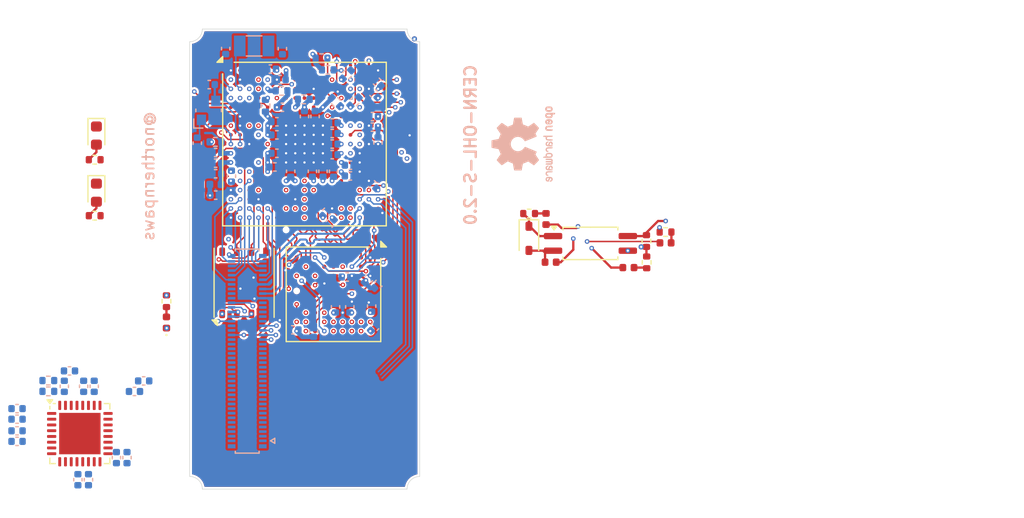
<source format=kicad_pcb>
(kicad_pcb (version 20241229) (generator "pcbnew") (generator_version "9.0")
  (layers (0 "F.Cu" signal "F.Cu (Signal)") (4 "In1.Cu" power "In1.Cu (Ground)") (6 "In2.Cu" power "In2.Cu (Power)") (8 "In3.Cu" signal "In3.Cu (Signal)") (10 "In4.Cu" power "In4.Cu(Ground)") (12 "In5.Cu" signal "In5.Cu (Signal") (14 "In6.Cu" power "In6.Cu (Ground)") (2 "B.Cu" signal "B.Cu (Signal)") (13 "F.Paste" user) (15 "B.Paste" user) (5 "F.SilkS" user "F.Silkscreen") (7 "B.SilkS" user "B.Silkscreen") (1 "F.Mask" user) (3 "B.Mask" user) (25 "Edge.Cuts" user))
  (net 0 "")
  (net 1 "/USB_D-")
  (net 2 "/USB_D+")
  (net 3 "/SWD_IO")
  (net 4 "/SWD_CLK")
  (net 5 "/SWD_SWO")
  (net 6 "/FMC_D14")
  (net 7 "/FMC_SDNRAS")
  (net 8 "/FMC_A5")
  (net 9 "/FMC_A0")
  (net 10 "+3.3V")
  (net 11 "/FMC_D15")
  (net 12 "/FMC_D1")
  (net 13 "/FMC_D3")
  (net 14 "/FMC_D11")
  (net 15 "/FMC_D7")
  (net 16 "/FMC_D9")
  (net 17 "/FMC_A10")
  (net 18 "/FMC_SDCKE0")
  (net 19 "/FMC_D8")
  (net 20 "/FMC_D13")
  (net 21 "/FMC_A3")
  (net 22 "/FMC_D0")
  (net 23 "/FMC_D10")
  (net 24 "/FMC_SDNWE")
  (net 25 "/FMC_NBL0")
  (net 26 "/FMC_D4")
  (net 27 "/FMC_A2")
  (net 28 "/FMC_A7")
  (net 29 "/FMC_NE1")
  (net 30 "/FMC_A1")
  (net 31 "/FMC_D6")
  (net 32 "/FMC_BA0")
  (net 33 "/FMC_CLK")
  (net 34 "/FMC_A9")
  (net 35 "/FMC_A11")
  (net 36 "/FMC_A12")
  (net 37 "/FMC_A8")
  (net 38 "/FMC_D5")
  (net 39 "/FMC_A4")
  (net 40 "/FMC_A6")
  (net 41 "/FMC_D12")
  (net 42 "/FMC_NBL1")
  (net 43 "/FMC_BA1")
  (net 44 "/FMC_D2")
  (net 45 "/QSPI_IO3")
  (net 46 "/QSPI_IO2")
  (net 47 "/QSPI_IO0")
  (net 48 "/QSPI_IO1")
  (net 49 "/QSPI_CLK")
  (net 50 "/QSPI_NCS")
  (net 51 "Net-(U4L-VREF+)")
  (net 52 "Net-(U4L-VREF-)")
  (net 54 "/AUX_OUT_L")
  (net 58 "+3.3VA")
  (net 61 "/AUX_OUT_R")
  (net 74 "/SDMMC1_D3")
  (net 75 "/SDMMC1_D1")
  (net 76 "/SDMMC1_D2")
  (net 77 "/SDMMC1_D0")
  (net 78 "/SDMMC1_CK")
  (net 79 "/VBAT")
  (net 80 "/SDMMC1_CMD")
  (net 81 "/FMC_SDNCAS")
  (net 83 "Net-(D3-A)")
  (net 84 "/I2C_SDA")
  (net 85 "/I2C_SCL")
  (net 86 "Net-(D3-K)")
  (net 87 "Net-(FB2-Pad2)")
  (net 88 "/DIN_IN_SOURCE")
  (net 89 "/DIN_IN_SINK")
  (net 90 "/SAI1_MCLK")
  (net 91 "/SAI1_SCK")
  (net 92 "/SAI1_FS")
  (net 93 "/SAI1_SD_A")
  (net 94 "/SAI1_SD_B")
  (net 96 "/DIN_OUT_SINK")
  (net 97 "Net-(IC1-AUXOUT2)")
  (net 98 "/AUX_IN_R")
  (net 99 "/AUX_IN_L")
  (net 100 "Net-(IC1-AUXOUT1)")
  (net 101 "Net-(IC1-LMICP)")
  (net 102 "Net-(IC1-LMICN)")
  (net 103 "Net-(IC1-RMICP)")
  (net 104 "Net-(IC1-RMICN)")
  (net 105 "Net-(IC1-RAUXIN)")
  (net 106 "Net-(IC1-LAUXIN)")
  (net 107 "Net-(IC1-MICBIAS)")
  (net 108 "Net-(IC1-VREF)")
  (net 119 "Net-(FB4-Pad1)")
  (net 121 "Net-(FB5-Pad1)")
  (net 122 "/DIN_OUT_SOURCE")
  (net 123 "/RST")
  (net 124 "/DIN_MIDI_RX")
  (net 125 "/DIN_MIDI_TX")
  (net 126 "/PA12{slash}4TX")
  (net 127 "/PA11{slash}4RX")
  (net 128 "/MICL")
  (net 129 "/MICR")
  (net 130 "Net-(D1-A)")
  (net 131 "Net-(D2-A)")
  (net 132 "/LED_STATUS")
  (net 133 "Net-(D4-A)")
  (net 134 "/LED_STATUS2")
  (net 135 "GND")
  (net 166 "/HPR")
  (net 167 "/LIN")
  (net 168 "/RIN")
  (net 169 "/SPKL")
  (net 170 "/SPKR")
  (net 171 "/HPL")
  (net 173 "/CODEC_GPIO")
  (net 174 "Net-(C1-Pad1)")
  (net 175 "Net-(C2-Pad1)")
  (net 176 "Net-(C3-Pad1)")
  (net 177 "/BOOT0")
  (net 183 "/SPI_SCK")
  (net 184 "/SPI_MOSI")
  (net 185 "/SPI_MISO")
  (net 186 "/PJ2")
  (net 187 "/PC4")
  (net 188 "/PC5")
  (net 189 "/PB1")
  (net 190 "/PJ3")
  (net 191 "/PB0")
  (net 192 "/PD12")
  (net 193 "/PD11")
  (net 194 "/PD13")
  (net 195 "/PH7")
  (net 196 "/PH8")
  (net 197 "/PB13")
  (net 198 "/PB12")
  (net 199 "/VDDSPK")
  (net 200 "/PA4")
  (net 201 "/PA5")
  (net 202 "/PA3")
  (net 203 "/PA2")
  (net 204 "/PA1")
  (net 205 "/PK0")
  (net 206 "/PK1")
  (net 207 "/PJ11")
  (net 209 "/PH14")
  (net 210 "/PH13")
  (net 211 "/PA9")
  (net 212 "/PA8")
  (net 213 "/QSPI_CS_EXP")
  (net 214 "/EXT_QSPI_DETECT")
  (net 217 "/OSC32_IN")
  (net 218 "/OSC32_OUT")
  (net 219 "/OSC_IN")
  (net 220 "/OSC_OUT")
  (net 221 "/SPI_NSS")
  (net 222 "/PC1")
  (net 223 "/PC2")
  (net 224 "/PH3")
  (net 225 "/PA0")
  (net 226 "/PC3")
  (net 227 "/PC2_C")
  (footprint "Package_SO:SOIC-4_4.55x2.6mm_P1.27mm" (layer "F.Cu") (at 104.84 75.635)
    (property "Reference" "U2" (hide yes))
    (property "Value" "LTV-217-G")
  )
  (footprint "Package_DFN_QFN:QFN-32-1EP_5x5mm_P0.5mm_EP3.6x3.6mm" (layer "F.Cu") (at 60.45 92.17)
    (property "Reference" "IC1" (hide yes))
    (property "Value" "NAU88C22YG")
  )
  (footprint "LED_SMD:LED_0603_1608Metric" (layer "F.Cu") (at 61.89 66.26 -90)
    (property "Reference" "D2" (hide yes))
    (property "Value" "STATUS")
  )
  (footprint "Inductor_SMD:L_0402_1005Metric" (layer "F.Cu") (at 111.37 75.59 180)
    (property "Reference" "FB4" (hide yes))
    (property "Value" "1K @100MHz")
  )
  (footprint "Resistor_SMD:R_0402_1005Metric" (layer "F.Cu") (at 99.51 73.04 180)
    (property "Reference" "R7" (hide yes))
    (property "Value" "220R")
  )
  (footprint "Inductor_SMD:L_0402_1005Metric" (layer "F.Cu") (at 100.98 73.515 90)
    (property "Reference" "FB2" (hide yes))
    (property "Value" "1K @100MHz")
  )
  (footprint "LED_SMD:LED_0402_1005Metric" (layer "F.Cu") (at 67.98 82.51375 90)
    (property "Reference" "D1" (hide yes))
    (property "Value" "POWER")
  )
  (footprint "Package_BGA:Alliance_TFBGA-54_8x8mm_Layout9x9_P0.8mm" (layer "F.Cu") (at 82.5 80.06 -90)
    (property "Reference" "IC3" (hide yes))
    (property "Value" "IS42S16160J-6BLI")
  )
  (footprint "Resistor_SMD:R_0402_1005Metric" (layer "F.Cu") (at 61.74 68.36 180)
    (property "Reference" "R15" (hide yes))
    (property "Value" "R")
  )
  (footprint "Diode_SMD:D_SOD-323" (layer "F.Cu") (at 99.4925 75.195 -90)
    (property "Reference" "D3" (hide yes))
    (property "Value" "1N4148WS")
  )
  (footprint "Resistor_SMD:R_0402_1005Metric" (layer "F.Cu") (at 109.73 77.285 90)
    (property "Reference" "R9" (hide yes))
    (property "Value" "33Ω 5% 0.5W")
  )
  (footprint "Inductor_SMD:L_0402_1005Metric" (layer "F.Cu") (at 108.145 77.74 180)
    (property "Reference" "FB5" (hide yes))
    (property "Value" "1K @100MHz")
  )
  (footprint "Resistor_SMD:R_0402_1005Metric" (layer "F.Cu") (at 111.37 74.65)
    (property "Reference" "R8" (hide yes))
    (property "Value" "10Ω 5% 0.25W")
  )
  (footprint "Package_BGA:TFBGA-265_14x14mm_Layout17x17_P0.8mm" (layer "F.Cu") (at 79.98 67)
    (property "Reference" "U4" (hide yes))
    (property "Value" "STM32H750XBHx")
  )
  (footprint "Resistor_SMD:R_0402_1005Metric" (layer "F.Cu") (at 67.98 80.66125 -90)
    (property "Reference" "R16" (hide yes))
    (property "Value" "R")
  )
  (footprint "Package_SON:WSON-8-1EP_6x5mm_P1.27mm_EP3.4x4.3mm" (layer "F.Cu") (at 74.73 79.0625 90)
    (property "Reference" "U1" (hide yes))
    (property "Value" "W25Q128JVP")
  )
  (footprint "Resistor_SMD:R_0402_1005Metric" (layer "F.Cu") (at 109.71 75.43 90)
    (property "Reference" "R6" (hide yes))
    (property "Value" "R")
  )
  (footprint "LED_SMD:LED_0603_1608Metric" (layer "F.Cu") (at 61.89 71.2275 -90)
    (property "Reference" "D4" (hide yes))
    (property "Value" "STATUS2")
  )
  (footprint "Inductor_SMD:L_0402_1005Metric" (layer "F.Cu") (at 101.38 77.27 180)
    (property "Reference" "FB3" (hide yes))
    (property "Value" "1K @100MHz")
  )
  (footprint "Resistor_SMD:R_0402_1005Metric" (layer "F.Cu") (at 61.74 73.2275 180)
    (property "Reference" "R17" (hide yes))
    (property "Value" "R")
  )
  (footprint "Resistor_SMD:R_0402_1005Metric" (layer "B.Cu") (at 76.59 63.67 90)
    (property "Reference" "R1" (hide yes))
    (property "Value" "4.7k")
  )
  (footprint "Capacitor_SMD:C_0402_1005Metric" (layer "B.Cu") (at 77.58 65.06)
    (property "Reference" "C69" (hide yes))
    (property "Value" "10uF")
  )
  (footprint "Capacitor_SMD:C_0402_1005Metric" (layer "B.Cu") (at 86.099411 82.880589 45)
    (property "Reference" "C13" (hide yes))
    (property "Value" "100nF")
  )
  (footprint "Capacitor_SMD:C_0402_1005Metric" (layer "B.Cu") (at 82.68 81.16 90)
    (property "Reference" "C14" (hide yes))
    (property "Value" "100nF")
  )
  (footprint "Capacitor_SMD:C_0402_1005Metric" (layer "B.Cu") (at 80.67 69.37 90)
    (property "Reference" "C61" (hide yes))
    (property "Value" "100nF")
  )
  (footprint "Capacitor_SMD:C_0402_1005Metric" (layer "B.Cu") (at 65.2 88.51 180)
    (property "Reference" "C20" (hide yes))
    (property "Value" "1uF")
  )
  (footprint "Capacitor_SMD:C_0402_1005Metric" (layer "B.Cu") (at 82.39 66.08 180)
    (property "Reference" "C57" (hide yes))
    (property "Value" "100nF")
  )
  (footprint "Resistor_SMD:R_0402_1005Metric" (layer "B.Cu") (at 82.01 60.55)
    (property "Reference" "R13" (hide yes))
    (property "Value" "10k")
  )
  (footprint "Resistor_SMD:R_0402_1005Metric" (layer "B.Cu") (at 57.71 87.56)
    (property "Reference" "R4" (hide yes))
    (property "Value" "2k2")
  )
  (footprint "Capacitor_SMD:C_0402_1005Metric" (layer "B.Cu") (at 60.78 88.06 90)
    (property "Reference" "C29" (hide yes))
    (property "Value" "4.7uF")
  )
  (footprint "Resistor_SMD:R_0402_1005Metric" (layer "B.Cu") (at 81.46 59.54)
    (property "Reference" "R10" (hide yes))
    (property "Value" "10k")
  )
  (footprint "Resistor_SMD:R_0402_1005Metric" (layer "B.Cu") (at 83.67 60.95 -135)
    (property "Reference" "R14" (hide yes))
    (property "Value" "10k")
  )
  (footprint "Capacitor_SMD:C_0402_1005Metric" (layer "B.Cu") (at 85.82 81.09 90)
    (property "Reference" "C11" (hide yes))
    (property "Value" "100nF")
  )
  (footprint "Capacitor_SMD:C_0402_1005Metric" (layer "B.Cu") (at 78.97 83.15 180)
    (property "Reference" "C9" (hide yes))
    (property "Value" "100nF")
  )
  (footprint "Capacitor_SMD:C_0402_1005Metric" (layer "B.Cu") (at 82.51 69.37 90)
    (property "Reference" "C48" (hide yes))
    (property "Value" "100nF")
  )
  (footprint "Capacitor_SMD:C_0402_1005Metric" (layer "B.Cu") (at 77.02 60.48 180)
    (property "Reference" "C37" (hide yes))
    (property "Value" "4.7uF")
  )
  (footprint "Capacitor_SMD:C_0402_1005Metric" (layer "B.Cu") (at 80.77 83.28 90)
    (property "Reference" "C35" (hide yes))
    (property "Value" "10uF")
  )
  (footprint "Crystal:Crystal_SMD_Abracon_ABM10-4Pin_2.5x2.0mm" (layer "B.Cu") (at 71.645 64.07)
    (property "Reference" "Y1" (hide yes))
    (property "Value" "Crystal_GND24")
  )
  (footprint "Capacitor_SMD:C_0402_1005Metric" (layer "B.Cu") (at 72.26 69.58 180)
    (property "Reference" "C31" (hide yes))
    (property "Value" "1uF")
  )
  (footprint "Capacitor_SMD:C_0402_1005Metric" (layer "B.Cu") (at 66 87.59 180)
    (property "Reference" "C21" (hide yes))
    (property "Value" "1uF")
  )
  (footprint "Capacitor_SMD:C_0402_1005Metric" (layer "B.Cu") (at 78.06 63.8)
    (property "Reference" "C62" (hide yes))
    (property "Value" "100nF")
  )
  (footprint "Capacitor_SMD:C_0402_1005Metric" (layer "B.Cu") (at 72.26 68.66 180)
    (property "Reference" "C30" (hide yes))
    (property "Value" "10nF")
  )
  (footprint "Capacitor_SMD:C_0402_1005Metric" (layer "B.Cu") (at 82.39 65.16 180)
    (property "Reference" "C51" (hide yes))
    (property "Value" "100nF")
  )
  (footprint "Capacitor_SMD:C_0402_1005Metric" (layer "B.Cu") (at 85.99 62.59 135)
    (property "Reference" "C2" (hide yes))
    (property "Value" "2.2 uF <100 mΩ ESR")
  )
  (footprint "Capacitor_SMD:C_0402_1005Metric" (layer "B.Cu") (at 54.99 92.85)
    (property "Reference" "C25" (hide yes))
    (property "Value" "1uF")
  )
  (footprint "Capacitor_SMD:C_0402_1005Metric" (layer "B.Cu") (at 73.13 58.7 -90)
    (property "Reference" "C39" (hide yes))
    (property "Value" "C")
  )
  (footprint "Symbol:OSHW-Logo2_7.3x6mm_SilkScreen" (layer "B.Cu") (at 99 67 -90)
    (property "Reference" "REF**" (hide yes))
    (property "Value" "OSHW-Logo2_7.3x6mm_SilkScreen" (hide yes))
  )
  (footprint "Capacitor_SMD:C_0402_1005Metric" (layer "B.Cu") (at 60.28 96.18 -90)
    (property "Reference" "C17" (hide yes))
    (property "Value" "4.7uF")
  )
  (footprint "Resistor_SMD:R_0402_1005Metric" (layer "B.Cu") (at 79.92 63.11 180)
    (property "Reference" "R18" (hide yes))
    (property "Value" "10k")
  )
  (footprint "Capacitor_SMD:C_0402_1005Metric" (layer "B.Cu") (at 71.7 61.83)
    (property "Reference" "C46" (hide yes))
    (property "Value" "C")
  )
  (footprint "Capacitor_SMD:C_0402_1005Metric" (layer "B.Cu") (at 80.9 64.6 -90)
    (property "Reference" "C68" (hide yes))
    (property "Value" "100nF")
  )
  (footprint "Capacitor_SMD:C_0402_1005Metric" (layer "B.Cu") (at 85.89 65.53 180)
    (property "Reference" "C5" (hide yes))
    (property "Value" "100nF")
  )
  (footprint "Capacitor_SMD:C_0402_1005Metric" (layer "B.Cu") (at 86.37 66.9 -90)
    (property "Reference" "C6" (hide yes))
    (property "Value" "1uF")
  )
  (footprint "Capacitor_SMD:C_0402_1005Metric" (layer "B.Cu") (at 77.58 66.2)
    (property "Reference" "C64" (hide yes))
    (property "Value" "100nF")
  )
  (footprint "Capacitor_SMD:C_0402_1005Metric" (layer "B.Cu") (at 83.97 68.84)
    (property "Reference" "C7" (hide yes))
    (property "Value" "100nF")
  )
  (footprint "Capacitor_SMD:C_0402_1005Metric" (layer "B.Cu") (at 61.2 96.18 -90)
    (property "Reference" "C16" (hide yes))
    (property "Value" "4.7uF")
  )
  (footprint "Capacitor_SMD:C_0402_1005Metric" (layer "B.Cu") (at 54.99 90)
    (property "Reference" "C22" (hide yes))
    (property "Value" "1uF")
  )
  (footprint "Capacitor_SMD:C_0402_1005Metric" (layer "B.Cu") (at 70.66 66.92 90)
    (property "Reference" "C47" (hide yes))
    (property "Value" "C")
  )
  (footprint "Capacitor_SMD:C_0402_1005Metric" (layer "B.Cu") (at 85.56 78.7 45)
    (property "Reference" "C10" (hide yes))
    (property "Value" "100nF")
  )
  (footprint "Capacitor_SMD:C_0402_1005Metric" (layer "B.Cu") (at 79.98 64.6 -90)
    (property "Reference" "C56" (hide yes))
    (property "Value" "100nF")
  )
  (footprint "Capacitor_SMD:C_0402_1005Metric" (layer "B.Cu") (at 86.389411 79.170589 45)
    (property "Reference" "C34" (hide yes))
    (property "Value" "10uF")
  )
  (footprint "Capacitor_SMD:C_0402_1005Metric" (layer "B.Cu") (at 85.88 70.51 135)
    (property "Reference" "C60" (hide yes))
    (property "Value" "100nF")
  )
  (footprint "Capacitor_SMD:C_0402_1005Metric" (layer "B.Cu") (at 82.19 73.91 -135)
    (property "Reference" "C38" (hide yes))
    (property "Value" "4.7uF")
  )
  (footprint "Capacitor_SMD:C_0402_1005Metric" (layer "B.Cu") (at 83.97 69.77)
    (property "Reference" "C50" (hide yes))
    (property "Value" "100nF")
  )
  (footprint "Capacitor_SMD:C_0402_1005Metric" (layer "B.Cu") (at 83.69 78.56)
    (property "Reference" "C8" (hide yes))
    (property "Value" "100nF")
  )
  (footprint "Capacitor_SMD:C_0402_1005Metric" (layer "B.Cu") (at 72.26 71.44)
    (property "Reference" "C32" (hide yes))
    (property "Value" "1uF")
  )
  (footprint "Capacitor_SMD:C_0402_1005Metric" (layer "B.Cu") (at 83.92 81.16 90)
    (property "Reference" "C12" (hide yes))
    (property "Value" "100nF")
  )
  (footprint "Resistor_SMD:R_0402_1005Metric" (layer "B.Cu") (at 77.99 62.37 180)
    (property "Reference" "R2" (hide yes))
    (property "Value" "4.7k")
  )
  (footprint "Capacitor_SMD:C_0402_1005Metric" (layer "B.Cu") (at 59.1 88.06 90)
    (property "Reference" "C19" (hide yes))
    (property "Value" "4.7uF")
  )
  (footprint "Capacitor_SMD:C_0402_1005Metric" (layer "B.Cu") (at 81.900589 72.899411 45)
    (property "Reference" "C1" (hide yes))
    (property "Value" "2.2 uF <100 mΩ ESR")
  )
  (footprint "Capacitor_SMD:C_0402_1005Metric" (layer "B.Cu") (at 54.99 91.93)
    (property "Reference" "C24" (hide yes))
    (property "Value" "1uF")
  )
  (footprint "Capacitor_SMD:C_0402_1005Metric" (layer "B.Cu") (at 81.59 69.37 90)
    (property "Reference" "C54" (hide yes))
    (property "Value" "100nF")
  )
  (footprint "Resistor_SMD:R_0402_1005Metric" (layer "B.Cu") (at 57.71 88.5)
    (property "Reference" "R3" (hide yes))
    (property "Value" "2k2")
  )
  (footprint "Capacitor_SMD:C_0402_1005Metric" (layer "B.Cu") (at 77.41 68.99)
    (property "Reference" "C52" (hide yes))
    (property "Value" "100nF")
  )
  (footprint "Capacitor_SMD:C_0402_1005Metric" (layer "B.Cu") (at 54.99 90.92)
    (property "Reference" "C23" (hide yes))
    (property "Value" "1uF")
  )
  (footprint "Capacitor_SMD:C_0402_1005Metric" (layer "B.Cu") (at 86.300589 61.600589 135)
    (property "Reference" "C36" (hide yes))
    (property "Value" "4.7uF")
  )
  (footprint "Capacitor_SMD:C_0402_1005Metric" (layer "B.Cu") (at 63.63 94.26 90)
    (property "Reference" "C27" (hide yes))
    (property "Value" "1uF")
  )
  (footprint "Capacitor_SMD:C_0402_1005Metric" (layer "B.Cu") (at 64.55 94.26 90)
    (property "Reference" "C26" (hide yes))
    (property "Value" "1uF")
  )
  (footprint "Resistor_SMD:R_0402_1005Metric" (layer "B.Cu") (at 72.24 66.81)
    (property "Reference" "R5" (hide yes))
    (property "Value" "10k")
  )
  (footprint "Inductor_SMD:L_0402_1005Metric" (layer "B.Cu") (at 72.24 70.51 180)
    (property "Reference" "FB1" (hide yes))
    (property "Value" "120R")
  )
  (footprint "Capacitor_SMD:C_0402_1005Metric" (layer "B.Cu") (at 85.89 64.61 180)
    (property "Reference" "C4" (hide yes))
    (property "Value" "1uF 600mΩ")
  )
  (footprint "Capacitor_SMD:C_0402_1005Metric" (layer "B.Cu") (at 73.63 69.79 -90)
    (property "Reference" "C15" (hide yes))
    (property "Value" "C")
  )
  (footprint "Capacitor_SMD:C_0402_1005Metric" (layer "B.Cu") (at 72.26 67.7375 180)
    (property "Reference" "C33" (hide yes))
    (property "Value" "100nF")
  )
  (footprint "Capacitor_SMD:C_0402_1005Metric" (layer "B.Cu") (at 77.86 61.4 180)
    (property "Reference" "C3" (hide yes))
    (property "Value" "2.2 uF <100 mΩ ESR")
  )
  (footprint "Connector_Hirose_DF40:Hirose_DF40C-80DP-0.4V_2x40-1MP_P0.4mm" (layer "B.Cu") (at 75 85 90)
    (property "Reference" "J1" (hide yes))
    (property "Value" "Connector")
  )
  (footprint "Resistor_SMD:R_0402_1005Metric" (layer "B.Cu") (at 82.709376 63.339376 -45)
    (property "Reference" "R11" (hide yes))
    (property "Value" "10k")
  )
  (footprint "Resistor_SMD:R_0402_1005Metric" (layer "B.Cu") (at 84.33 63.3 -135)
    (property "Reference" "R12" (hide yes))
    (property "Value" "10k")
  )
  (footprint "Capacitor_SMD:C_0402_1005Metric" (layer "B.Cu") (at 78.78 69.37 90)
    (property "Reference" "C67" (hide yes))
    (property "Value" "100nF")
  )
  (footprint "Capacitor_SMD:C_0402_1005Metric" (layer "B.Cu") (at 82.39 67 180)
    (property "Reference" "C63" (hide yes))
    (property "Value" "100nF")
  )
  (footprint "Capacitor_SMD:C_0402_1005Metric" (layer "B.Cu") (at 78.06 58.71 -90)
    (property "Reference" "C40" (hide yes))
    (property "Value" "C")
  )
  (footprint "Capacitor_SMD:C_0402_1005Metric" (layer "B.Cu") (at 82.39 67.92 180)
    (property "Reference" "C55" (hide yes))
    (property "Value" "100nF")
  )
  (footprint "Capacitor_SMD:C_0402_1005Metric" (layer "B.Cu") (at 61.7 88.06 90)
    (property "Reference" "C18" (hide yes))
    (property "Value" "4.7uF")
  )
  (footprint "Capacitor_SMD:C_0402_1005Metric" (layer "B.Cu") (at 59.55 86.72)
    (property "Reference" "C28" (hide yes))
    (property "Value" "4.7uF")
  )
  (footprint "Capacitor_SMD:C_0402_1005Metric" (layer "B.Cu") (at 77.58 67.8)
    (property "Reference" "C58" (hide yes))
    (property "Value" "100nF")
  )
  (footprint "Crystal:Crystal_SMD_3215-2Pin_3.2x1.5mm" (layer "B.Cu") (at 75.6 58.47)
    (property "Reference" "Y3" (hide yes))
    (property "Value" "32.768kHz")
  )
  (gr_arc (start 88.9 97) (mid 89.222183 96.222183) (end 90 95.9) (stroke (width 0.05)) (layer "Edge.Cuts"))
  (gr_arc (start 90 58.1) (mid 89.222183 57.777817) (end 88.9 57) (stroke (width 0.05)) (layer "Edge.Cuts"))
  (gr_line (start 71.1 57) (end 88.9 57) (stroke (width 0.05)) (layer "Edge.Cuts"))
  (gr_line (start 70 58.1) (end 70 95.9) (stroke (width 0.05)) (layer "Edge.Cuts"))
  (gr_line (start 90 95.9) (end 90 58.1) (stroke (width 0.05)) (layer "Edge.Cuts"))
  (gr_line (start 88.9 97) (end 71.1 97) (stroke (width 0.05)) (layer "Edge.Cuts"))
  (gr_arc (start 71.1 57) (mid 70.777817 57.777817) (end 70 58.1) (stroke (width 0.05)) (layer "Edge.Cuts"))
  (gr_arc (start 70 95.9) (mid 70.777817 96.222183) (end 71.1 97) (stroke (width 0.05)) (layer "Edge.Cuts"))
  (gr_text "CERN-OHL-S-2.0" (at 95 60 90) (layer "B.SilkS") (effects (font (size 1 1) (thickness 0.2) (bold yes)) (justify left bottom mirror)))
  (gr_text "@northernpaws" (at 67 64.07 90) (layer "B.SilkS") (effects (font (size 1 1)) (justify left bottom mirror)))
  (via (at 84.78 73.4) (size 0.4) (drill 0.2) (layers "F.Cu" "B.Cu") (net 1))
  (segment (start 81.237201 75.3) (end 81.465832 75.3) (width 0.1773) (layer "B.Cu") (net 1))
  (segment (start 83.42 75.3) (end 84.78 73.94) (width 0.1773) (layer "B.Cu") (net 1))
  (segment (start 80.967051 75.3) (end 81.237201 75.3) (width 0.1773) (layer "B.Cu") (net 1))
  (segment (start 81.465832 75.3) (end 83.42 75.3) (width 0.1773) (layer "B.Cu") (net 1))
  (segment (start 80.367051 75.62985) (end 80.637201 75.62985) (width 0.1773) (layer "B.Cu") (net 1))
  (segment (start 77.89 79.35) (end 77.89 77.03) (width 0.1773) (layer "B.Cu") (net 1))
  (segment (start 76.355 80) (end 77.24 80) (width 0.1773) (layer "B.Cu") (net 1))
  (segment (start 84.78 73.94) (end 84.78 73.4) (width 0.1773) (layer "B.Cu") (net 1))
  (segment (start 77.24 80) (end 77.89 79.35) (width 0.1773) (layer "B.Cu") (net 1))
  (segment (start 79.62 75.3) (end 80.037201 75.3) (width 0.1773) (layer "B.Cu") (net 1))
  (segment (start 77.89 77.03) (end 79.62 75.3) (width 0.1773) (layer "B.Cu") (net 1))
  (arc (start 80.202126 75.464925) (mid 80.250431 75.581545) (end 80.367051 75.62985) (width 0.1773) (layer "B.Cu") (net 1))
  (arc (start 80.637201 75.62985) (mid 80.753821 75.581545) (end 80.802126 75.464925) (width 0.1773) (layer "B.Cu") (net 1))
  (arc (start 80.802126 75.464925) (mid 80.850431 75.348305) (end 80.967051 75.3) (width 0.1773) (layer "B.Cu") (net 1))
  (arc (start 80.037201 75.3) (mid 80.153821 75.348305) (end 80.202126 75.464925) (width 0.1773) (layer "B.Cu") (net 1))
  (via (at 84.78 72.6) (size 0.4) (drill 0.2) (layers "F.Cu" "B.Cu") (net 2))
  (segment (start 77.48 79.19) (end 77.07 79.6) (width 0.1773) (layer "B.Cu") (net 2))
  (segment (start 84.78 72.6) (end 84.38 73) (width 0.1773) (layer "B.Cu") (net 2))
  (segment (start 79.418992 74.801008) (end 77.48 76.74) (width 0.1773) (layer "B.Cu") (net 2))
  (segment (start 83.348992 74.801008) (end 79.418992 74.801008) (width 0.1773) (layer "B.Cu") (net 2))
  (segment (start 84.38 73.77) (end 83.348992 74.801008) (width 0.1773) (layer "B.Cu") (net 2))
  (segment (start 77.48 76.74) (end 77.48 79.19) (width 0.1773) (layer "B.Cu") (net 2))
  (segment (start 84.38 73) (end 84.38 73.77) (width 0.1773) (layer "B.Cu") (net 2))
  (segment (start 77.07 79.6) (end 76.355 79.6) (width 0.1773) (layer "B.Cu") (net 2))
  (via (at 84.78 62.2) (size 0.4) (drill 0.2) (layers "F.Cu" "B.Cu") (net 3))
  (via (at 83.98 61.4) (size 0.4) (drill 0.2) (layers "F.Cu" "B.Cu") (net 4))
  (segment (start 78.87 61.8) (end 78.86 61.81) (width 0.127) (layer "F.Cu") (net 5))
  (segment (start 77.97 61.81) (end 77.58 62.2) (width 0.127) (layer "F.Cu") (net 5))
  (segment (start 78.86 61.81) (end 77.97 61.81) (width 0.127) (layer "F.Cu") (net 5))
  (via (at 78.87 61.8) (size 0.4) (drill 0.2) (layers "F.Cu" "B.Cu") (net 5))
  (segment (start 86.0155 74.493251) (end 86.0155 72.9645) (width 0.127) (layer "F.Cu") (net 6))
  (segment (start 86.0395 74.517251) (end 86.0155 74.493251) (width 0.127) (layer "F.Cu") (net 6))
  (segment (start 86.0155 72.9645) (end 86.38 72.6) (width 0.127) (layer "F.Cu") (net 6))
  (via (at 84.1 77.66) (size 0.4) (drill 0.2) (layers "F.Cu" "B.Cu") (remove_unused_layers yes) (net 6))
  (via (at 86.0395 74.517251) (size 0.4) (drill 0.2) (layers "F.Cu" "B.Cu") (net 6))
  (segment (start 86.0155 74.541251) (end 86.0155 75.7445) (width 0.127) (layer "B.Cu") (net 6))
  (segment (start 86.0155 75.7445) (end 84.1 77.66) (width 0.127) (layer "B.Cu") (net 6))
  (via (at 81.7 82.46) (size 0.4) (drill 0.2) (layers "F.Cu" "B.Cu") (remove_unused_layers yes) (net 7))
  (via (at 78.38 72.6) (size 0.4) (drill 0.2) (layers "F.Cu" "B.Cu") (remove_unused_layers yes) (net 7))
  (segment (start 78.61 79.580958) (end 78.61 78.35) (width 0.127) (layer "F.Cu") (net 8))
  (segment (start 78.61 78.35) (end 79.3 77.66) (width 0.127) (layer "F.Cu") (net 8))
  (segment (start 75.58 66.6) (end 75.98 67) (width 0.127) (layer "F.Cu") (net 8))
  (segment (start 73.3495 66.6) (end 75.58 66.6) (width 0.127) (layer "F.Cu") (net 8))
  (segment (start 72.7495 66) (end 73.3495 66.6) (width 0.127) (layer "F.Cu") (net 8))
  (via (at 78.607118 79.58384) (size 0.4) (drill 0.2) (layers "F.Cu" "B.Cu") (remove_unused_layers yes) (net 8))
  (via (at 73.38 75.27) (size 0.4) (drill 0.2) (layers "F.Cu" "B.Cu") (net 8))
  (via (at 72.7495 66) (size 0.4) (drill 0.2) (layers "F.Cu" "B.Cu") (remove_unused_layers yes) (net 8))
  (via (at 75.98 65.4) (size 0.4) (drill 0.2) (layers "F.Cu" "B.Cu") (remove_unused_layers yes) (net 9))
  (via (at 80.1 81.66) (size 0.4) (drill 0.2) (layers "F.Cu" "B.Cu") (remove_unused_layers yes) (net 9))
  (segment (start 109.25358 75.94) (end 109.71 75.94) (width 0.4) (layer "F.Cu") (net 10))
  (segment (start 77.58 63.8) (end 78.38 63.8) (width 0.4) (layer "F.Cu") (net 10))
  (segment (start 109.71 75.77) (end 109.71 76.755) (width 0.2) (layer "F.Cu") (net 10))
  (segment (start 109.71 76.595) (end 109.73 76.615) (width 0.2) (layer "F.Cu") (net 10))
  (segment (start 84.9 78.46) (end 84.93 78.46) (width 0.127) (layer "F.Cu") (net 10))
  (segment (start 84.93 78.46) (end 85.32 78.85) (width 0.2) (layer "F.Cu") (net 10))
  (via (at 83.3 78.46) (size 0.4) (drill 0.2) (layers "F.Cu" "B.Cu") (remove_unused_layers yes) (zone_layer_connections "In2.Cu") (net 10))
  (via (at 76.78 68.6) (size 0.4) (drill 0.2) (layers "F.Cu" "B.Cu") (remove_unused_layers yes) (zone_layer_connections "In2.Cu") (net 10))
  (via (at 86.38 65.4) (size 0.4) (drill 0.2) (layers "F.Cu" "B.Cu") (remove_unused_layers yes) (zone_layer_connections "In2.Cu") (net 10))
  (via (at 85.32 78.85) (size 0.4) (drill 0.2) (layers "F.Cu" "B.Cu") (remove_unused_layers yes) (zone_layer_connections "In2.Cu") (net 10))
  (via (at 82.38 73.4) (size 0.4) (drill 0.2) (layers "F.Cu" "B.Cu") (remove_unused_layers yes) (zone_layer_connections "In2.Cu") (net 10))
  (via (at 83.18 67) (size 0.4) (drill 0.2) (layers "F.Cu" "B.Cu") (remove_unused_layers yes) (zone_layer_connections "In2.Cu") (net 10))
  (via (at 109.25358 75.94) (size 0.45) (drill 0.2) (layers "F.Cu" "B.Cu") (net 10))
  (via (at 67.98 80.15125) (size 0.45) (drill 0.2) (layers "F.Cu" "B.Cu") (net 10))
  (via (at 83.18 66.2) (size 0.4) (drill 0.2) (layers "F.Cu" "B.Cu") (remove_unused_layers yes) (zone_layer_connections "In2.Cu") (net 10))
  (via (at 76.78 69.4) (size 0.4) (drill 0.2) (layers "F.Cu" "B.Cu") (remove_unused_layers yes) (zone_layer_connections "In2.Cu") (net 10))
  (via (at 76.78 65.4) (size 0.4) (drill 0.2) (layers "F.Cu" "B.Cu") (remove_unused_layers yes) (zone_layer_connections "In2.Cu") (net 10))
  (via (at 81.58 70.2) (size 0.4) (drill 0.2) (layers "F.Cu" "B.Cu") (remove_unused_layers yes) (zone_layer_connections "In2.Cu") (net 10))
  (via (at 71.77 71.47) (size 0.4) (drill 0.2) (layers "F.Cu" "B.Cu") (remove_unused_layers yes) (zone_layer_connections "In2.Cu") (net 10))
  (via (at 76.78 66.2) (size 0.4) (drill 0.2) (layers "F.Cu" "B.Cu") (remove_unused_layers yes) (zone_layer_connections "In2.Cu") (net 10))
  (via (at 83.18 68.6) (size 0.4) (drill 0.2) (layers "F.Cu" "B.Cu") (remove_unused_layers yes) (zone_layer_connections "In2.Cu") (net 10))
  (via (at 82.38 70.2) (size 0.4) (drill 0.2) (layers "F.Cu" "B.Cu") (remove_unused_layers yes) (zone_layer_connections "In2.Cu") (net 10))
  (via (at 71.91 66.81) (size 0.4) (drill 0.2) (layers "F.Cu" "B.Cu") (remove_unused_layers yes) (zone_layer_connections "In2.Cu") (net 10))
  (via (at 83.18 67.8) (size 0.4) (drill 0.2) (layers "F.Cu" "B.Cu") (remove_unused_layers yes) (zone_layer_connections "In2.Cu") (net 10))
  (via (at 81.58 63.8) (size 0.4) (drill 0.2) (layers "F.Cu" "B.Cu") (remove_unused_layers yes) (zone_layer_connections "In2.Cu") (net 10))
  (via (at 77.58 63.8) (size 0.4) (drill 0.2) (layers "F.Cu" "B.Cu") (remove_unused_layers yes) (zone_layer_connections "In2.Cu") (net 10))
  (via (at 80.78 70.2) (size 0.4) (drill 0.2) (layers "F.Cu" "B.Cu") (remove_unused_layers yes) (zone_layer_connections "In2.Cu") (net 10))
  (via (at 86.38 62.2) (size 0.4) (drill 0.2) (layers "F.Cu" "B.Cu") (net 10))
  (via (at 85.7 83.26) (size 0.4) (drill 0.2) (layers "F.Cu" "B.Cu") (remove_unused_layers yes) (zone_layer_connections "In2.Cu") (net 10))
  (via (at 86.38 64.6) (size 0.4) (drill 0.2) (layers "F.Cu" "B.Cu") (remove_unused_layers yes) (zone_layer_connections "In2.Cu") (net 10))
  (via (at 83.18 65.4) (size 0.4) (drill 0.2) (layers "F.Cu" "B.Cu") (remove_unused_layers yes) (zone_layer_connections "In2.Cu") (net 10))
  (via (at 85.7 81.66) (size 0.4) (drill 0.2) (layers "F.Cu" "B.Cu") (remove_unused_layers yes) (zone_layer_connections "In2.Cu") (net 10))
  (via (at 84.1 81.66) (size 0.4) (drill 0.2) (layers "F.Cu" "B.Cu") (remove_unused_layers yes) (zone_layer_connections "In2.Cu") (net 10))
  (via (at 80.7 59.18) (size 0.4) (drill 0.2) (layers "F.Cu" "B.Cu") (net 10))
  (via (at 82.5 81.66) (size 0.4) (drill 0.2) (layers "F.Cu" "B.Cu") (remove_unused_layers yes) (zone_layer_connections "In2.Cu") (net 10))
  (via (at 77.58 60.6) (size 0.4) (drill 0.2) (layers "F.Cu" "B.Cu") (net 10))
  (via (at 76.78 67.8) (size 0.4) (drill 0.2) (layers "F.Cu" "B.Cu") (remove_unused_layers yes) (zone_layer_connections "In2.Cu") (net 10))
  (via (at 79.18 70.2) (size 0.4) (drill 0.2) (layers "F.Cu" "B.Cu") (remove_unused_layers yes) (zone_layer_connections "In2.Cu") (net 10))
  (via (at 83.18 69.4) (size 0.4) (drill 0.2) (layers "F.Cu" "B.Cu") (remove_unused_layers yes) (zone_layer_connections "In2.Cu") (net 10))
  (via (at 78.38 70.2) (size 0.4) (drill 0.2) (layers "F.Cu" "B.Cu") (remove_unused_layers yes) (zone_layer_connections "In2.Cu") (net 10))
  (via (at 76.78 64.6) (size 0.4) (drill 0.2) (layers "F.Cu" "B.Cu") (remove_unused_layers yes) (zone_layer_connections "In2.Cu") (net 10))
  (via (at 86.38 71) (size 0.4) (drill 0.2) (layers "F.Cu" "B.Cu") (remove_unused_layers yes) (zone_layer_connections "In2.Cu") (net 10))
  (via (at 79.98 63.8) (size 0.4) (drill 0.2) (layers "F.Cu" "B.Cu") (remove_unused_layers yes) (zone_layer_connections "In2.Cu") (net 10))
  (via (at 79.3 83.26) (size 0.4) (drill 0.2) (layers "F.Cu" "B.Cu") (remove_unused_layers yes) (zone_layer_connections "In2.Cu") (net 10))
  (segment (start 82.348752 63.031248) (end 82.348752 62.978752) (width 0.4) (layer "B.Cu") (net 10))
  (segment (start 83.18 65.4) (end 82.94 65.16) (width 0.4) (layer "B.Cu") (net 10))
  (segment (start 83.18 69.4) (end 83.18 69.46) (width 0.4) (layer "B.Cu") (net 10))
  (segment (start 79.41 83.15) (end 79.3 83.26) (width 0.4) (layer "B.Cu") (net 10))
  (segment (start 78.38 70.2) (end 78.43 70.2) (width 0.4) (layer "B.Cu") (net 10))
  (segment (start 80.95 59.43) (end 80.95 59.54) (width 0.4) (layer "B.Cu") (net 10))
  (segment (start 76.78 66.2) (end 77.1 66.2) (width 0.4) (layer "B.Cu") (net 10))
  (segment (start 85.691178 79.51) (end 85.220589 79.039411) (width 0.4) (layer "B.Cu") (net 10))
  (segment (start 77.58 63.8) (end 77.58 63.7) (width 0.4) (layer "B.Cu") (net 10))
  (segment (start 80.95 59.54) (end 80.95 60) (width 0.4) (layer "B.Cu") (net 10))
  (segment (start 78.55 62.73) (end 78.55 62.37) (width 0.4) (layer "B.Cu") (net 10))
  (segment (start 76.78 68.6) (end 76.78 68.84) (width 0.4) (layer "B.Cu") (net 10))
  (segment (start 83.18 69.46) (end 83.49 69.77) (width 0.4) (layer "B.Cu") (net 10))
  (segment (start 80.78 69.96) (end 80.67 69.85) (width 0.4) (layer "B.Cu") (net 10))
  (segment (start 76.78 67.8) (end 76.78 68.6) (width 0.4) (layer "B.Cu") (net 10))
  (segment (start 83.18 68.6) (end 83.25 68.6) (width 0.4) (layer "B.Cu") (net 10))
  (segment (start 71.755 71.415) (end 71.78 71.44) (width 0.4) (layer "B.Cu") (net 10))
  (segment (start 81.27 64.11) (end 80.91 64.11) (width 0.4) (layer "B.Cu") (net 10))
  (segment (start 76.78 64.6) (end 77.13 64.95) (width 0.4) (layer "B.Cu") (net 10))
  (segment (start 76.78 65.4) (end 76.78 66.2) (width 0.4) (layer "B.Cu") (net 10))
  (segment (start 86.38 65.52) (end 86.37 65.53) (width 0.4) (layer "B.Cu") (net 10))
  (segment (start 76.78 67.8) (end 77.1 67.8) (width 0.4) (layer "B.Cu") (net 10))
  (segment (start 79.98 63.8) (end 79.98 63.56) (width 0.4) (layer "B.Cu") (net 10))
  (segment (start 82.38 70.2) (end 82.38 69.98) (width 0.4) (layer "B.Cu") (net 10))
  (segment (start 76.78 65.3) (end 76.78 65.4) (width 0.4) (layer "B.Cu") (net 10))
  (segment (start 76.63 64.11) (end 76.63 64.45) (width 0.4) (layer "B.Cu") (net 10))
  (segment (start 71.755 70.51) (end 71.755 71.415) (width 0.4) (layer "B.Cu") (net 10))
  (segment (start 86.64 61.94) (end 86.38 62.2) (width 0.4) (layer "B.Cu") (net 10))
  (segment (start 80.7 59.18) (end 80.95 59.43) (width 0.4) (layer "B.Cu") (net 10))
  (segment (start 82.38 69.98) (end 82.51 69.85) (width 0.4) (layer "B.Cu") (net 10))
  (segment (start 80.91 64.11) (end 80.9 64.12) (width 0.4) (layer "B.Cu") (net 10))
  (segment (start 81.58 63.8) (end 81.27 64.11) (width 0.4) (layer "B.Cu") (net 10))
  (segment (start 80.78 69.89) (end 80.74 69.85) (width 0.4) (layer "B.Cu") (net 10))
  (segment (start 81.58 63.8) (end 82.348752 63.031248) (width 0.4) (layer "B.Cu") (net 10))
  (segment (start 82.529411 73.549411) (end 82.38 73.4) (width 0.4) (layer "B.Cu") (net 10))
  (segment (start 77.58 63.7) (end 78.55 62.73) (width 0.4) (layer "B.Cu") (net 10))
  (segment (start 77.13 64.95) (end 76.78 65.3) (width 0.4) (layer "B.Cu") (net 10))
  (segment (start 86.37 66.42) (end 86.37 65.53) (width 0.4) (layer "B.Cu") (net 10))
  (segment (start 79.8 83.76) (end 80.77 83.76) (width 0.4) (layer "B.Cu") (net 10))
  (segment (start 79.18 70.2) (end 79.13 70.2) (width 0.4) (layer "B.Cu") (net 10))
  (segment (start 76.78 68.84) (end 76.93 68.99) (width 0.4) (layer "B.Cu") (net 10))
  (segment (start 83.25 68.6) (end 83.49 68.84) (width 0.4) (layer "B.Cu") (net 10))
  (segment (start 79.98 63.8) (end 79.98 64.12) (width 0.4) (layer "B.Cu") (net 10))
  (segment (start 82.94 65.16) (end 82.87 65.16) (width 0.4) (layer "B.Cu") (net 10))
  (segment (start 81.58 69.86) (end 81.59 69.85) (width 0.4) (layer "B.Cu") (net 10))
  (segment (start 86.05 79.51) (end 85.691178 79.51) (width 0.4) (layer "B.Cu") (net 10))
  (segment (start 76.78 69.4) (end 76.78 68.6) (width 0.4) (layer "B.Cu") (net 10))
  (segment (start 76.63 64.45) (end 76.78 64.6) (width 0.4) (layer "B.Cu") (net 10))
  (segment (start 79.13 70.2) (end 78.78 69.85) (width 0.4) (layer "B.Cu") (net 10))
  (segment (start 76.78 69.14) (end 76.93 68.99) (width 0.4) (layer "B.Cu") (net 10))
  (segment (start 79.3 83.26) (end 79.8 83.76) (width 0.4) (layer "B.Cu") (net 10))
  (segment (start 86.38 65.4) (end 86.38 65.52) (width 0.4) (layer "B.Cu") (net 10))
  (segment (start 78.43 70.2) (end 78.78 69.85) (width 0.4) (layer "B.Cu") (net 10))
  (segment (start 76.78 69.4) (end 76.78 69.14) (width 0.4) (layer "B.Cu") (net 10))
  (segment (start 80.95 60) (end 81.5 60.55) (width 0.4) (layer "B.Cu") (net 10))
  (segment (start 80.78 70.2) (end 80.78 69.96) (width 0.4) (layer "B.Cu") (net 10))
  (segment (start 80.78 70.2) (end 80.78 69.89) (width 0.4) (layer "B.Cu") (net 10))
  (segment (start 79.98 63.56) (end 80.43 63.11) (width 0.4) (layer "B.Cu") (net 10))
  (segment (start 81.58 70.2) (end 81.58 69.86) (width 0.4) (layer "B.Cu") (net 10))
  (segment (start 82.529411 73.570589) (end 82.529411 73.549411) (width 0.4) (layer "B.Cu") (net 10))
  (segment (start 84.45 74.47) (end 84.97 74.47) (width 0.127) (layer "F.Cu") (net 11))
  (segment (start 85.3 77.26) (end 85.3 76.15) (width 0.127) (layer "F.Cu") (net 11))
  (segment (start 85.21 72.97) (end 85.58 72.6) (width 0.127) (layer "F.Cu") (net 11))
  (segment (start 85.21 75.96) (end 85.21 75.31) (width 0.127) (layer "F.Cu") (net 11))
  (segment (start 84.21 74.83) (end 84.21 74.71) (width 0.127) (layer "F.Cu") (net 11))
  (segment (start 85.21 74.11) (end 85.21 73.180849) (width 0.127) (layer "F.Cu") (net 11))
  (segment (start 84.97 75.07) (end 84.45 75.07) (width 0.127) (layer "F.Cu") (net 11))
  (segment (start 85.21 76.06) (end 85.21 75.96) (width 0.127) (layer "F.Cu") (net 11))
  (segment (start 85.3 76.15) (end 85.21 76.06) (width 0.127) (layer "F.Cu") (net 11))
  (segment (start 84.9 77.66) (end 85.3 77.26) (width 0.127) (layer "F.Cu") (net 11))
  (segment (start 85.21 74.23) (end 85.21 74.11) (width 0.127) (layer "F.Cu") (net 11))
  (segment (start 85.21 73.180849) (end 85.21 72.97) (width 0.127) (layer "F.Cu") (net 11))
  (arc (start 84.21 74.71) (mid 84.280294 74.540294) (end 84.45 74.47) (width 0.127) (layer "F.Cu") (net 11))
  (arc (start 84.97 74.47) (mid 85.139706 74.399706) (end 85.21 74.23) (width 0.127) (layer "F.Cu") (net 11))
  (arc (start 85.21 75.31) (mid 85.139706 75.140294) (end 84.97 75.07) (width 0.127) (layer "F.Cu") (net 11))
  (arc (start 84.45 75.07) (mid 84.280294 74.999706) (end 84.21 74.83) (width 0.127) (layer "F.Cu") (net 11))
  (via (at 85.7 82.46) (size 0.4) (drill 0.2) (layers "F.Cu" "B.Cu") (remove_unused_layers yes) (net 12))
  (via (at 84.78 71) (size 0.4) (drill 0.2) (layers "F.Cu" "B.Cu") (remove_unused_layers yes) (net 12))
  (via (at 84.1 83.26) (size 0.4) (drill 0.2) (layers "F.Cu" "B.Cu") (remove_unused_layers yes) (net 13))
  (via (at 82.38 63.8) (size 0.4) (drill 0.2) (layers "F.Cu" "B.Cu") (remove_unused_layers yes) (net 13))
  (segment (start 81.95649 74.99649) (end 82.0272 74.925779) (width 0.127) (layer "F.Cu") (net 14))
  (segment (start 82.734313 75.915735) (end 82.805022 75.845023) (width 0.127) (layer "F.Cu") (net 14))
  (segment (start 82.875732 75.632889) (end 82.592889 75.350046) (width 0.127) (layer "F.Cu") (net 14))
  (segment (start 83.017156 76.34) (end 82.734313 76.057157) (width 0.127) (layer "F.Cu") (net 14))
  (segment (start 81.461513 74.501514) (end 81.178672 74.218672) (width 0.127) (layer "F.Cu") (net 14))
  (segment (start 81.178672 74.218672) (end 80.793235 73.833235) (width 0.127) (layer "F.Cu") (net 14))
  (segment (start 81.885779 75.0672) (end 81.95649 74.99649) (width 0.127) (layer "F.Cu") (net 14))
  (segment (start 83.3 76.464682) (end 83.3 76.34) (width 0.127) (layer "F.Cu") (net 14))
  (segment (start 80.78 73.82) (end 80.78 73.4) (width 0.127) (layer "F.Cu") (net 14))
  (segment (start 82.380756 75.420756) (end 82.310044 75.491465) (width 0.127) (layer "F.Cu") (net 14))
  (segment (start 82.0272 74.784357) (end 81.744357 74.501514) (width 0.127) (layer "F.Cu") (net 14))
  (segment (start 82.168622 75.491465) (end 81.885779 75.208622) (width 0.127) (layer "F.Cu") (net 14))
  (segment (start 83.3 76.86) (end 83.3 76.464682) (width 0.127) (layer "F.Cu") (net 14))
  (segment (start 82.805022 75.845023) (end 82.805022 75.845022) (width 0.127) (layer "F.Cu") (net 14))
  (segment (start 82.451467 75.350046) (end 82.380756 75.420756) (width 0.127) (layer "F.Cu") (net 14))
  (segment (start 82.805022 75.845022) (end 82.875732 75.774311) (width 0.127) (layer "F.Cu") (net 14))
  (segment (start 83.28 76.84) (end 83.3 76.86) (width 0.127) (layer "F.Cu") (net 14))
  (segment (start 80.793235 73.833235) (end 80.78 73.82) (width 0.127) (layer "F.Cu") (net 14))
  (arc (start 82.0272 74.925779) (mid 82.056489 74.855068) (end 82.0272 74.784357) (width 0.127) (layer "F.Cu") (net 14))
  (arc (start 81.602935 74.501514) (mid 81.532224 74.530803) (end 81.461513 74.501514) (width 0.127) (layer "F.Cu") (net 14))
  (arc (start 82.734313 76.057157) (mid 82.705024 75.986446) (end 82.734313 75.915735) (width 0.127) (layer "F.Cu") (net 14))
  (arc (start 81.744357 74.501514) (mid 81.673646 74.472225) (end 81.602935 74.501514) (width 0.127) (layer "F.Cu") (net 14))
  (arc (start 83.158578 76.34) (mid 83.087867 76.369289) (end 83.017156 76.34) (width 0.127) (layer "F.Cu") (net 14))
  (arc (start 81.885779 75.208622) (mid 81.85649 75.137911) (end 81.885779 75.0672) (width 0.127) (layer "F.Cu") (net 14))
  (arc (start 82.592889 75.350046) (mid 82.522178 75.320757) (end 82.451467 75.350046) (width 0.127) (layer "F.Cu") (net 14))
  (arc (start 82.875732 75.774311) (mid 82.905021 75.7036) (end 82.875732 75.632889) (width 0.127) (layer "F.Cu") (net 14))
  (arc (start 82.310044 75.491465) (mid 82.239333 75.520754) (end 82.168622 75.491465) (width 0.127) (layer "F.Cu") (net 14))
  (arc (start 83.3 76.34) (mid 83.229289 76.310711) (end 83.158578 76.34) (width 0.127) (layer "F.Cu") (net 14))
  (via (at 82.5 83.26) (size 0.4) (drill 0.2) (layers "F.Cu" "B.Cu") (remove_unused_layers yes) (net 15))
  (via (at 79.98 70.2) (size 0.4) (drill 0.2) (layers "F.Cu" "B.Cu") (remove_unused_layers yes) (net 15))
  (segment (start 80.802942 74.462942) (end 80.4155 74.0755) (width 0.127) (layer "F.Cu") (net 16))
  (segment (start 81.736323 75.396323) (end 81.651471 75.311471) (width 0.127) (layer "F.Cu") (net 16))
  (segment (start 80.4155 73.731246) (end 80.4155 72.1645) (width 0.127) (layer "F.Cu") (net 16))
  (segment (start 82.5 76.86) (end 82.5 76.160722) (width 0.127) (layer "F.Cu") (net 16))
  (segment (start 82.5 76.160722) (end 82.5 76.16) (width 0.127) (layer "F.Cu") (net 16))
  (segment (start 81.142353 75.311471) (end 80.972647 75.141765) (width 0.127) (layer "F.Cu") (net 16))
  (segment (start 80.972647 74.632647) (end 80.802942 74.462942) (width 0.127) (layer "F.Cu") (net 16))
  (segment (start 81.609044 75.863014) (end 81.736322 75.735733) (width 0.127) (layer "F.Cu") (net 16))
  (segment (start 80.4155 74.0755) (end 80.4155 73.731246) (width 0.127) (layer "F.Cu") (net 16))
  (segment (start 82.160588 76.16) (end 82.033307 76.287278) (width 0.127) (layer "F.Cu") (net 16))
  (segment (start 81.693897 76.287279) (end 81.609044 76.202426) (width 0.127) (layer "F.Cu") (net 16))
  (segment (start 80.4155 72.1645) (end 80.78 71.8) (width 0.127) (layer "F.Cu") (net 16))
  (arc (start 81.609044 76.202426) (mid 81.538748 76.032719) (end 81.609044 75.863014) (width 0.127) (layer "F.Cu") (net 16))
  (arc (start 80.972647 75.141765) (mid 80.919926 75.014486) (end 80.972646 74.887205) (width 0.127) (layer "F.Cu") (net 16))
  (arc (start 82.033307 76.287278) (mid 81.863602 76.357574) (end 81.693897 76.287279) (width 0.127) (layer "F.Cu") (net 16))
  (arc (start 82.5 76.16) (mid 82.330293 76.089704) (end 82.160588 76.16) (width 0.127) (layer "F.Cu") (net 16))
  (arc (start 81.736322 75.735733) (mid 81.806618 75.566028) (end 81.736323 75.396323) (width 0.127) (layer "F.Cu") (net 16))
  (arc (start 81.396911 75.31147) (mid 81.269632 75.364192) (end 81.142353 75.311471) (width 0.127) (layer "F.Cu") (net 16))
  (arc (start 81.651471 75.311471) (mid 81.524192 75.25875) (end 81.396911 75.31147) (width 0.127) (layer "F.Cu") (net 16))
  (arc (start 80.972646 74.887205) (mid 81.025368 74.759926) (end 80.972647 74.632647) (width 0.127) (layer "F.Cu") (net 16))
  (via (at 79.18 72.6) (size 0.4) (drill 0.2) (layers "F.Cu" "B.Cu") (remove_unused_layers yes) (net 17))
  (via (at 80.1 83.26) (size 0.4) (drill 0.2) (layers "F.Cu" "B.Cu") (remove_unused_layers yes) (net 17))
  (segment (start 80.8995 79.2605) (end 80.8995 79.2705) (width 0.127) (layer "F.Cu") (net 18))
  (segment (start 81.69 78.47) (end 80.8995 79.2605) (width 0.127) (layer "F.Cu") (net 18))
  (via (at 74.38 70.2) (size 0.4) (drill 0.2) (layers "F.Cu" "B.Cu") (net 18))
  (via (at 80.9 79.27) (size 0.4) (drill 0.2) (layers "F.Cu" "B.Cu") (remove_unused_layers yes) (net 18))
  (via (at 83.3 77.66) (size 0.4) (drill 0.2) (layers "F.Cu" "B.Cu") (remove_unused_layers yes) (net 19))
  (via (at 80.78 71) (size 0.4) (drill 0.2) (layers "F.Cu" "B.Cu") (remove_unused_layers yes) (net 19))
  (segment (start 85.58 75.27) (end 85.58 73.4) (width 0.127) (layer "F.Cu") (net 20))
  (segment (start 86.94 76.617006) (end 86.94 76.489006) (width 0.127) (layer "F.Cu") (net 20))
  (segment (start 86.09 75.78) (end 85.77 75.46) (width 0.127) (layer "F.Cu") (net 20))
  (segment (start 86.346 76.873006) (end 86.684 76.873006) (width 0.127) (layer "F.Cu") (net 20))
  (segment (start 86.09 75.977006) (end 86.09 75.849006) (width 0.127) (layer "F.Cu") (net 20))
  (segment (start 85.77 75.46) (end 85.58 75.27) (width 0.127) (layer "F.Cu") (net 20))
  (segment (start 86.09 75.849006) (end 86.09 75.78) (width 0.127) (layer "F.Cu") (net 20))
  (segment (start 85.7 77.66) (end 86.09 77.27) (width 0.127) (layer "F.Cu") (net 20))
  (segment (start 86.684 76.233006) (end 86.346 76.233006) (width 0.127) (layer "F.Cu") (net 20))
  (segment (start 86.09 77.27) (end 86.09 77.129006) (width 0.127) (layer "F.Cu") (net 20))
  (arc (start 86.09 77.129006) (mid 86.164981 76.947987) (end 86.346 76.873006) (width 0.127) (layer "F.Cu") (net 20))
  (arc (start 86.684 76.873006) (mid 86.865019 76.798025) (end 86.94 76.617006) (width 0.127) (layer "F.Cu") (net 20))
  (arc (start 86.94 76.489006) (mid 86.865019 76.307987) (end 86.684 76.233006) (width 0.127) (layer "F.Cu") (net 20))
  (arc (start 86.346 76.233006) (mid 86.164981 76.158025) (end 86.09 75.977006) (width 0.127) (layer "F.Cu") (net 20))
  (segment (start 79.3 80.93) (end 79.3 81.66) (width 0.127) (layer "F.Cu") (net 21))
  (via (at 79.3 80.93) (size 0.4) (drill 0.2) (layers "F.Cu" "B.Cu") (remove_unused_layers yes) (net 21))
  (via (at 75.98 66.2) (size 0.4) (drill 0.2) (layers "F.Cu" "B.Cu") (net 21))
  (via (at 85.58 71) (size 0.4) (drill 0.2) (layers "F.Cu" "B.Cu") (remove_unused_layers yes) (net 22))
  (via (at 84.9 83.26) (size 0.4) (drill 0.2) (layers "F.Cu" "B.Cu") (remove_unused_layers yes) (net 22))
  (segment (start 83.152618 75.207348) (end 82.890988 74.945718) (width 0.127) (layer "F.Cu") (net 23))
  (segment (start 83.675877 76.381147) (end 83.414247 76.119517) (width 0.127) (layer "F.Cu") (net 23))
  (segment (start 83.414247 75.794247) (end 83.152618 75.532618) (width 0.127) (layer "F.Cu") (net 23))
  (segment (start 84.1 76.48) (end 84.001147 76.381147) (width 0.127) (layer "F.Cu") (net 23))
  (segment (start 84.1 76.86) (end 84.1 76.48) (width 0.127) (layer "F.Cu") (net 23))
  (segment (start 81.212796 73.592796) (end 81.18 73.56) (width 0.127) (layer "F.Cu") (net 23))
  (segment (start 82.565718 74.945718) (end 82.304089 74.684089) (width 0.127) (layer "F.Cu") (net 23))
  (segment (start 81.18 73.56) (end 81.18 73) (width 0.127) (layer "F.Cu") (net 23))
  (segment (start 82.304089 74.684089) (end 81.212796 73.592796) (width 0.127) (layer "F.Cu") (net 23))
  (segment (start 81.18 73) (end 80.78 72.6) (width 0.127) (layer "F.Cu") (net 23))
  (arc (start 83.414247 76.119517) (mid 83.380564 76.0382) (end 83.414246 75.956881) (width 0.127) (layer "F.Cu") (net 23))
  (arc (start 83.152618 75.532618) (mid 83.118935 75.451301) (end 83.152618 75.369983) (width 0.127) (layer "F.Cu") (net 23))
  (arc (start 83.838511 76.381146) (mid 83.757194 76.41483) (end 83.675877 76.381147) (width 0.127) (layer "F.Cu") (net 23))
  (arc (start 83.152618 75.369983) (mid 83.186301 75.288665) (end 83.152618 75.207348) (width 0.127) (layer "F.Cu") (net 23))
  (arc (start 83.414246 75.956881) (mid 83.44793 75.875564) (end 83.414247 75.794247) (width 0.127) (layer "F.Cu") (net 23))
  (arc (start 82.890988 74.945718) (mid 82.809671 74.912035) (end 82.728353 74.945718) (width 0.127) (layer "F.Cu") (net 23))
  (arc (start 84.001147 76.381147) (mid 83.91983 76.347464) (end 83.838511 76.381146) (width 0.127) (layer "F.Cu") (net 23))
  (arc (start 82.728353 74.945718) (mid 82.647035 74.979401) (end 82.565718 74.945718) (width 0.127) (layer "F.Cu") (net 23))
  (via (at 75.98 71) (size 0.4) (drill 0.2) (layers "F.Cu" "B.Cu") (remove_unused_layers yes) (net 24))
  (via (at 79.73 78.88) (size 0.4) (drill 0.2) (layers "F.Cu" "B.Cu") (net 24))
  (via (at 81.7 83.26) (size 0.4) (drill 0.2) (layers "F.Cu" "B.Cu") (net 24))
  (segment (start 81.7 83.26) (end 81.27 82.83) (width 0.127) (layer "B.Cu") (net 24))
  (segment (start 81.27 80.42) (end 79.73 78.88) (width 0.127) (layer "B.Cu") (net 24))
  (segment (start 81.27 82.83) (end 81.27 80.42) (width 0.127) (layer "B.Cu") (net 24))
  (via (at 79.3 79.77) (size 0.4) (drill 0.2) (layers "F.Cu" "B.Cu") (remove_unused_layers yes) (net 25))
  (via (at 75.98 62.2) (size 0.4) (drill 0.2) (layers "F.Cu" "B.Cu") (remove_unused_layers yes) (net 25))
  (via (at 82.5 82.46) (size 0.4) (drill 0.2) (layers "F.Cu" "B.Cu") (remove_unused_layers yes) (net 25))
  (via (at 79.98 73.4) (size 0.4) (drill 0.2) (layers "F.Cu" "B.Cu") (remove_unused_layers yes) (net 26))
  (via (at 83.3 82.46) (size 0.4) (drill 0.2) (layers "F.Cu" "B.Cu") (remove_unused_layers yes) (net 26))
  (via (at 73.58 65.4) (size 0.4) (drill 0.2) (layers "F.Cu" "B.Cu") (remove_unused_layers yes) (net 27))
  (via (at 79.3 82.46) (size 0.4) (drill 0.2) (layers "F.Cu" "B.Cu") (remove_unused_layers yes) (net 27))
  (via (at 78.38 71) (size 0.4) (drill 0.2) (layers "F.Cu" "B.Cu") (remove_unused_layers yes) (net 28))
  (via (at 80.1 77.66) (size 0.4) (drill 0.2) (layers "F.Cu" "B.Cu") (remove_unused_layers yes) (net 28))
  (segment (start 83.12 64.54) (end 83.18 64.6) (width 0.127) (layer "F.Cu") (net 29))
  (segment (start 80.5 82.86) (end 80.9 83.26) (width 0.127) (layer "F.Cu") (net 29))
  (segment (start 80.5 81.18) (end 80.5 82.86) (width 0.127) (layer "F.Cu") (net 29))
  (segment (start 81.99 64.54) (end 83.12 64.54) (width 0.127) (layer "F.Cu") (net 29))
  (segment (start 83.3195 79.24) (end 82.44 79.24) (width 0.127) (layer "F.Cu") (net 29))
  (segment (start 82.44 79.24) (end 80.5 81.18) (width 0.127) (layer "F.Cu") (net 29))
  (via (at 81.99 64.54) (size 0.4) (drill 0.2) (layers "F.Cu" "B.Cu") (remove_unused_layers yes) (net 29))
  (via (at 83.3195 79.24) (size 0.4) (drill 0.2) (layers "F.Cu" "B.Cu") (remove_unused_layers yes) (net 29))
  (via (at 80.1 82.46) (size 0.4) (drill 0.2) (layers "F.Cu" "B.Cu") (remove_unused_layers yes) (net 30))
  (via (at 75.18 65.4) (size 0.4) (drill 0.2) (layers "F.Cu" "B.Cu") (remove_unused_layers yes) (net 30))
  (via (at 79.98 71) (size 0.4) (drill 0.2) (layers "F.Cu" "B.Cu") (remove_unused_layers yes) (net 31))
  (via (at 83.3 83.26) (size 0.4) (drill 0.2) (layers "F.Cu" "B.Cu") (remove_unused_layers yes) (net 31))
  (segment (start 80.9 81.29) (end 80.9 81.66) (width 0.127) (layer "F.Cu") (net 32))
  (segment (start 84.36 65.82) (end 86.72 65.82) (width 0.127) (layer "F.Cu") (net 32))
  (segment (start 83.98 66.2) (end 84.36 65.82) (width 0.127) (layer "F.Cu") (net 32))
  (segment (start 88.05 67.15) (end 88.05 76.78) (width 0.127) (layer "F.Cu") (net 32))
  (segment (start 86.72 65.82) (end 88.05 67.15) (width 0.127) (layer "F.Cu") (net 32))
  (segment (start 88.05 76.78) (end 85.18 79.65) (width 0.127) (layer "F.Cu") (net 32))
  (segment (start 82.54 79.65) (end 80.9 81.29) (width 0.127) (layer "F.Cu") (net 32))
  (segment (start 85.18 79.65) (end 82.54 79.65) (width 0.127) (layer "F.Cu") (net 32))
  (segment (start 85.32 78.05) (end 82.09 78.05) (width 0.127) (layer "F.Cu") (net 33))
  (segment (start 82.09 78.05) (end 81.7 77.66) (width 0.127) (layer "F.Cu") (net 33))
  (via (at 82.38 61.4) (size 0.4) (drill 0.2) (layers "F.Cu" "B.Cu") (remove_unused_layers yes) (net 33))
  (via (at 85.32 78.05) (size 0.4) (drill 0.2) (layers "F.Cu" "B.Cu") (remove_unused_layers yes) (net 33))
  (via (at 80.9 78.46) (size 0.4) (drill 0.2) (layers "F.Cu" "B.Cu") (remove_unused_layers yes) (net 34))
  (via (at 79.98 71.8) (size 0.4) (drill 0.2) (layers "F.Cu" "B.Cu") (remove_unused_layers yes) (net 34))
  (segment (start 80.5 77.26) (end 80.5 76.656639) (width 0.127) (layer "F.Cu") (net 35))
  (segment (start 80.5 75.129275) (end 80.644249 74.985025) (width 0.127) (layer "F.Cu") (net 35))
  (segment (start 79.18 74.16) (end 79.18 73.4) (width 0.127) (layer "F.Cu") (net 35))
  (segment (start 80.205842 74.546618) (end 80.061592 74.690867) (width 0.127) (layer "F.Cu") (net 35))
  (segment (start 79.710867 74.690867) (end 79.623187 74.603187) (width 0.127) (layer "F.Cu") (net 35))
  (segment (start 79.623187 74.603187) (end 79.33 74.31) (width 0.127) (layer "F.Cu") (net 35))
  (segment (start 80.5 76.656639) (end 80.5 75.986639) (width 0.127) (layer "F.Cu") (net 35))
  (segment (start 79.33 74.31) (end 79.18 74.16) (width 0.127) (layer "F.Cu") (net 35))
  (segment (start 80.5 75.986639) (end 80.5 75.48) (width 0.127) (layer "F.Cu") (net 35))
  (segment (start 80.644249 74.6343) (end 80.556567 74.546618) (width 0.127) (layer "F.Cu") (net 35))
  (segment (start 80.9 77.66) (end 80.5 77.26) (width 0.127) (layer "F.Cu") (net 35))
  (arc (start 80.556567 74.546618) (mid 80.381205 74.47398) (end 80.205842 74.546618) (width 0.127) (layer "F.Cu") (net 35))
  (arc (start 80.644249 74.985025) (mid 80.716887 74.809662) (end 80.644249 74.6343) (width 0.127) (layer "F.Cu") (net 35))
  (arc (start 80.5 75.48) (mid 80.427362 75.304638) (end 80.5 75.129275) (width 0.127) (layer "F.Cu") (net 35))
  (arc (start 80.061592 74.690867) (mid 79.886229 74.763505) (end 79.710867 74.690867) (width 0.127) (layer "F.Cu") (net 35))
  (segment (start 86.0155 66.6355) (end 85.58 66.2) (width 0.127) (layer "F.Cu") (net 36))
  (segment (start 87.67 76.4305) (end 87.67 67.69) (width 0.127) (layer "F.Cu") (net 36))
  (segment (start 86.6155 66.6355) (end 86.0155 66.6355) (width 0.127) (layer "F.Cu") (net 36))
  (segment (start 86.8205 77.28) (end 87.67 76.4305) (width 0.127) (layer "F.Cu") (net 36))
  (segment (start 87.67 67.69) (end 86.6155 66.6355) (width 0.127) (layer "F.Cu") (net 36))
  (via (at 80.9 76.86) (size 0.4) (drill 0.2) (layers "F.Cu" "B.Cu") (net 36))
  (via (at 86.8205 77.28) (size 0.4) (drill 0.2) (layers "F.Cu" "B.Cu") (net 36))
  (segment (start 86.8205 77.28) (end 86.87 77.28) (width 0.127) (layer "B.Cu") (net 36))
  (segment (start 85.395 77.28) (end 84.6505 78.0245) (width 0.127) (layer "B.Cu") (net 36))
  (segment (start 82.0645 78.0245) (end 80.9 76.86) (width 0.127) (layer "B.Cu") (net 36))
  (segment (start 84.6505 78.0245) (end 82.0645 78.0245) (width 0.127) (layer "B.Cu") (net 36))
  (segment (start 86.8205 77.28) (end 85.395 77.28) (width 0.127) (layer "B.Cu") (net 36))
  (segment (start 86.87 77.28) (end 86.93 77.22) (width 0.127) (layer "B.Cu") (net 36))
  (segment (start 78.78 71.4) (end 79.18 71) (width 0.127) (layer "F.Cu") (net 37))
  (segment (start 80.1 76.86) (end 80.1 75.93) (width 0.127) (layer "F.Cu") (net 37))
  (segment (start 79.161471 74.991471) (end 78.78 74.61) (width 0.127) (layer "F.Cu") (net 37))
  (segment (start 79.196826 75.465232) (end 79.246322 75.415733) (width 0.127) (layer "F.Cu") (net 37))
  (segment (start 79.670588 75.84) (end 79.621089 75.889496) (width 0.127) (layer "F.Cu") (net 37))
  (segment (start 79.246323 75.076323) (end 79.161471 74.991471) (width 0.127) (layer "F.Cu") (net 37))
  (segment (start 79.281679 75.889497) (end 79.196826 75.804644) (width 0.127) (layer "F.Cu") (net 37))
  (segment (start 78.78 74.61) (end 78.78 72.728693) (width 0.127) (layer "F.Cu") (net 37))
  (segment (start 78.78 72.728693) (end 78.78 71.4) (width 0.127) (layer "F.Cu") (net 37))
  (segment (start 80.1 75.93) (end 80.01 75.84) (width 0.127) (layer "F.Cu") (net 37))
  (arc (start 80.01 75.84) (mid 79.840293 75.769704) (end 79.670588 75.84) (width 0.127) (layer "F.Cu") (net 37))
  (arc (start 79.196826 75.804644) (mid 79.12653 75.634937) (end 79.196826 75.465232) (width 0.127) (layer "F.Cu") (net 37))
  (arc (start 79.246322 75.415733) (mid 79.316618 75.246028) (end 79.246323 75.076323) (width 0.127) (layer "F.Cu") (net 37))
  (arc (start 79.621089 75.889496) (mid 79.451384 75.959792) (end 79.281679 75.889497) (width 0.127) (layer "F.Cu") (net 37))
  (via (at 79.98 72.6) (size 0.4) (drill 0.2) (layers "F.Cu" "B.Cu") (remove_unused_layers yes) (net 38))
  (via (at 84.1 82.46) (size 0.4) (drill 0.2) (layers "F.Cu" "B.Cu") (remove_unused_layers yes) (net 38))
  (via (at 78.3805 74.46) (size 0.4) (drill 0.2) (layers "F.Cu" "B.Cu") (remove_unused_layers yes) (net 39))
  (via (at 76.78 67) (size 0.4) (drill 0.2) (layers "F.Cu" "B.Cu") (remove_unused_layers yes) (net 39))
  (via (at 79.3 78.46) (size 0.4) (drill 0.2) (layers "F.Cu" "B.Cu") (remove_unused_layers yes) (net 39))
  (segment (start 78.528481 76.732695) (end 78.443628 76.647842) (width 0.127) (layer "F.Cu") (net 40))
  (segment (start 78.443628 76.30843) (end 78.811322 75.940733) (width 0.127) (layer "F.Cu") (net 40))
  (segment (start 78.06 74.85) (end 77.99 74.78) (width 0.127) (layer "F.Cu") (net 40))
  (segment (start 80.1 78.46) (end 79.7 78.06) (width 0.127) (layer "F.Cu") (net 40))
  (segment (start 78.811323 75.601323) (end 78.726471 75.516471) (width 0.127) (layer "F.Cu") (net 40))
  (segment (start 79.235588 76.365) (end 78.867891 76.732694) (width 0.127) (layer "F.Cu") (net 40))
  (segment (start 79.7 78.06) (end 79.7 76.49) (width 0.127) (layer "F.Cu") (net 40))
  (segment (start 77.99 72.19) (end 78.38 71.8) (width 0.127) (layer "F.Cu") (net 40))
  (segment (start 77.99 74.78) (end 77.99 72.19) (width 0.127) (layer "F.Cu") (net 40))
  (segment (start 78.726471 75.516471) (end 78.06 74.85) (width 0.127) (layer "F.Cu") (net 40))
  (segment (start 79.7 76.49) (end 79.575 76.365) (width 0.127) (layer "F.Cu") (net 40))
  (arc (start 78.867891 76.732694) (mid 78.698186 76.80299) (end 78.528481 76.732695) (width 0.127) (layer "F.Cu") (net 40))
  (arc (start 78.443628 76.647842) (mid 78.373332 76.478135) (end 78.443628 76.30843) (width 0.127) (layer "F.Cu") (net 40))
  (arc (start 78.811322 75.940733) (mid 78.881618 75.771028) (end 78.811323 75.601323) (width 0.127) (layer "F.Cu") (net 40))
  (arc (start 79.575 76.365) (mid 79.405293 76.294704) (end 79.235588 76.365) (width 0.127) (layer "F.Cu") (net 40))
  (segment (start 84.9 76.86) (end 84.9 76.5) (width 0.127) (layer "F.Cu") (net 41))
  (segment (start 82.356847 73.956847) (end 82.144716 73.744716) (width 0.127) (layer "F.Cu") (net 41))
  (segment (start 83.481151 74.741739) (end 83.848846 74.374043) (width 0.127) (layer "F.Cu") (net 41))
  (segment (start 84.188258 75.788258) (end 84.329679 75.646836) (width 0.127) (layer "F.Cu") (net 41))
  (segment (start 82.887179 74.487179) (end 82.781111 74.593244) (width 0.127) (layer "F.Cu") (net 41))
  (segment (start 84.188258 75.788259) (end 84.188258 75.788258) (width 0.127) (layer "F.Cu") (net 41))
  (segment (start 82.568979 74.593244) (end 82.356846 74.381111) (width 0.127) (layer "F.Cu") (net 41))
  (segment (start 84.9 76.5) (end 84.718592 76.318592) (width 0.127) (layer "F.Cu") (net 41))
  (segment (start 81.99 72.21) (end 81.58 71.8) (width 0.127) (layer "F.Cu") (net 41))
  (segment (start 81.99 73.59) (end 81.99 73.287937) (width 0.127) (layer "F.Cu") (net 41))
  (segment (start 84.082193 75.894327) (end 84.188258 75.788259) (width 0.127) (layer "F.Cu") (net 41))
  (segment (start 82.144716 73.744716) (end 81.99 73.59) (width 0.127) (layer "F.Cu") (net 41))
  (segment (start 83.848846 74.034632) (end 83.763993 73.949779) (width 0.127) (layer "F.Cu") (net 41))
  (segment (start 83.622571 75.222571) (end 83.481151 75.081151) (width 0.127) (layer "F.Cu") (net 41))
  (segment (start 81.99 73.287937) (end 81.99 72.21) (width 0.127) (layer "F.Cu") (net 41))
  (segment (start 84.329679 75.363993) (end 84.188257 75.222571) (width 0.127) (layer "F.Cu") (net 41))
  (segment (start 83.056885 74.317474) (end 82.887179 74.48718) (width 0.127) (layer "F.Cu") (net 41))
  (segment (start 83.424581 73.949779) (end 83.056885 74.317474) (width 0.127) (layer "F.Cu") (net 41))
  (segment (start 82.887179 74.48718) (end 82.887179 74.487179) (width 0.127) (layer "F.Cu") (net 41))
  (segment (start 84.294326 76.318592) (end 84.082193 76.106459) (width 0.127) (layer "F.Cu") (net 41))
  (arc (start 83.848846 74.374043) (mid 83.919141 74.204337) (end 83.848846 74.034632) (width 0.127) (layer "F.Cu") (net 41))
  (arc (start 84.329679 75.646836) (mid 84.388258 75.505414) (end 84.329679 75.363993) (width 0.127) (layer "F.Cu") (net 41))
  (arc (start 84.082193 76.106459) (mid 84.038259 76.000393) (end 84.082193 75.894327) (width 0.127) (layer "F.Cu") (net 41))
  (arc (start 84.718592 76.318592) (mid 84.612525 76.274656) (end 84.506458 76.318591) (width 0.127) (layer "F.Cu") (net 41))
  (arc (start 84.188257 75.222571) (mid 84.046836 75.163992) (end 83.905414 75.222571) (width 0.127) (layer "F.Cu") (net 41))
  (arc (start 84.506458 76.318591) (mid 84.400392 76.362526) (end 84.294326 76.318592) (width 0.127) (layer "F.Cu") (net 41))
  (arc (start 82.356846 74.381111) (mid 82.312912 74.275045) (end 82.356846 74.168979) (width 0.127) (layer "F.Cu") (net 41))
  (arc (start 83.481151 75.081151) (mid 83.410856 74.911445) (end 83.481151 74.741739) (width 0.127) (layer "F.Cu") (net 41))
  (arc (start 82.781111 74.593244) (mid 82.675045 74.637178) (end 82.568979 74.593244) (width 0.127) (layer "F.Cu") (net 41))
  (arc (start 82.356846 74.168979) (mid 82.400781 74.062913) (end 82.356847 73.956847) (width 0.127) (layer "F.Cu") (net 41))
  (arc (start 83.905414 75.222571) (mid 83.763992 75.28115) (end 83.622571 75.222571) (width 0.127) (layer "F.Cu") (net 41))
  (arc (start 83.763993 73.949779) (mid 83.594287 73.879484) (end 83.424581 73.949779) (width 0.127) (layer "F.Cu") (net 41))
  (via (at 81.7 76.86) (size 0.4) (drill 0.2) (layers "F.Cu" "B.Cu") (remove_unused_layers yes) (net 42))
  (via (at 78.64 77.5) (size 0.4) (drill 0.2) (layers "F.Cu" "B.Cu") (remove_unused_layers yes) (net 42))
  (via (at 75.98 61.4) (size 0.4) (drill 0.2) (layers "F.Cu" "B.Cu") (remove_unused_layers yes) (net 42))
  (segment (start 81.3 76.46) (end 81.7 76.86) (width 0.127) (layer "B.Cu") (net 42))
  (segment (start 78.64 77.5) (end 79.68 76.46) (width 0.127) (layer "B.Cu") (net 42))
  (segment (start 79.68 76.46) (end 81.3 76.46) (width 0.127) (layer "B.Cu") (net 42))
  (segment (start 82.7565 80.0135) (end 81.6355 81.1345) (width 0.127) (layer "F.Cu") (net 43))
  (segment (start 80.9 82.46) (end 81.2445 82.1155) (width 0.127) (layer "F.Cu") (net 43))
  (segment (start 81.2445 81.5255) (end 81.6355 81.1345) (width 0.127) (layer "F.Cu") (net 43))
  (segment (start 84.0995 80.0135) (end 82.7565 80.0135) (width 0.127) (layer "F.Cu") (net 43))
  (segment (start 81.2445 82.1155) (end 81.2445 81.5255) (width 0.127) (layer "F.Cu") (net 43))
  (via (at 83.98 65.4) (size 0.4) (drill 0.2) (layers "F.Cu" "B.Cu") (net 43))
  (via (at 84.0995 80.0135) (size 0.4) (drill 0.2) (layers "F.Cu" "B.Cu") (net 43))
  (via (at 84.9 82.46) (size 0.4) (drill 0.2) (layers "F.Cu" "B.Cu") (remove_unused_layers yes) (net 44))
  (via (at 83.18 63) (size 0.4) (drill 0.2) (layers "F.Cu" "B.Cu") (remove_unused_layers yes) (net 44))
  (segment (start 74.095 75.725) (end 74.095 76.3625) (width 0.127) (layer "F.Cu") (net 45))
  (segment (start 74.095 76.3625) (end 73.9425 76.3625) (width 0.127) (layer "F.Cu") (net 45))
  (segment (start 73.9425 76.3625) (end 73.56 75.98) (width 0.127) (layer "F.Cu") (net 45))
  (segment (start 74.78 68.2) (end 74.78 75.04) (width 0.127) (layer "F.Cu") (net 45))
  (segment (start 74.38 67.8) (end 74.78 68.2) (width 0.127) (layer "F.Cu") (net 45))
  (segment (start 74.78 75.04) (end 74.095 75.725) (width 0.127) (layer "F.Cu") (net 45))
  (via (at 73.56 75.98) (size 0.4) (drill 0.2) (layers "F.Cu" "B.Cu") (net 45))
  (via (at 72.48 82.4) (size 0.4) (drill 0.2) (layers "F.Cu" "B.Cu") (net 45))
  (segment (start 72.48 82.4) (end 73.645 82.4) (width 0.127) (layer "B.Cu") (net 45))
  (segment (start 71.05 69.5) (end 71.05 79.51) (width 0.127) (layer "F.Cu") (net 46))
  (segment (start 71.05 79.51) (end 72.47 80.93) (width 0.127) (layer "F.Cu") (net 46))
  (segment (start 75.18 67.8) (end 74.76 67.38) (width 0.127) (layer "F.Cu") (net 46))
  (segment (start 75.365 81.535) (end 75.365 81.7625) (width 0.127) (layer "F.Cu") (net 46))
  (segment (start 74.76 80.93) (end 75.365 81.535) (width 0.127) (layer "F.Cu") (net 46))
  (segment (start 74.76 67.38) (end 73.17 67.38) (width 0.127) (layer "F.Cu") (net 46))
  (segment (start 73.17 67.38) (end 71.05 69.5) (width 0.127) (layer "F.Cu") (net 46))
  (segment (start 72.47 80.93) (end 74.76 80.93) (width 0.127) (layer "F.Cu") (net 46))
  (via (at 75.365 81.7625) (size 0.4) (drill 0.2) (layers "F.Cu" "B.Cu") (net 46))
  (segment (start 73.645 82) (end 75.1275 82) (width 0.127) (layer "B.Cu") (net 46))
  (segment (start 75.1275 82) (end 75.365 81.7625) (width 0.127) (layer "B.Cu") (net 46))
  (segment (start 76.635 75.735) (end 76.39 75.49) (width 0.127) (layer "F.Cu") (net 47))
  (segment (start 72.85 77.18) (end 75.8175 77.18) (width 0.127) (layer "F.Cu") (net 47))
  (segment (start 76.39 75.49) (end 76.39 68.21) (width 0.127) (layer "F.Cu") (net 47))
  (segment (start 72.7 77.03) (end 72.85 77.18) (width 0.127) (layer "F.Cu") (net 47))
  (segment (start 76.39 68.21) (end 75.98 67.8) (width 0.127) (layer "F.Cu") (net 47))
  (segment (start 72.53 77.03) (end 72.7 77.03) (width 0.127) (layer "F.Cu") (net 47))
  (segment (start 75.8175 77.18) (end 76.635 76.3625) (width 0.127) (layer "F.Cu") (net 47))
  (segment (start 76.635 76.3625) (end 76.635 75.735) (width 0.127) (layer "F.Cu") (net 47))
  (via (at 74.78 81.53) (size 0.4) (drill 0.2) (layers "F.Cu" "B.Cu") (net 47))
  (via (at 72.53 77.03) (size 0.4) (drill 0.2) (layers "F.Cu" "B.Cu") (remove_unused_layers yes) (net 47))
  (segment (start 73.645 81.2) (end 74.45 81.2) (width 0.127) (layer "B.Cu") (net 47))
  (segment (start 74.45 81.2) (end 74.78 81.53) (width 0.127) (layer "B.Cu") (net 47))
  (segment (start 70.6 79.5) (end 72.31 81.21) (width 0.127) (layer "F.Cu") (net 48))
  (segment (start 73.5425 81.21) (end 74.095 81.7625) (width 0.127) (layer "F.Cu") (net 48))
  (segment (start 70.6 69.22) (end 70.6 79.5) (width 0.127) (layer "F.Cu") (net 48))
  (segment (start 72.31 81.21) (end 73.5425 81.21) (width 0.127) (layer "F.Cu") (net 48))
  (segment (start 70.95 68.87) (end 70.6 69.22) (width 0.127) (layer "F.Cu") (net 48))
  (via (at 75.98 68.6) (size 0.4) (drill 0.2) (layers "F.Cu" "B.Cu") (net 48))
  (via (at 74.2 81.6) (size 0.4) (drill 0.2) (layers "F.Cu" "B.Cu") (net 48))
  (segment (start 73.645 81.6) (end 74.2 81.6) (width 0.127) (layer "B.Cu") (net 48))
  (segment (start 75.18 68.6) (end 75.59 69.01) (width 0.127) (layer "F.Cu") (net 49))
  (segment (start 73.43 76.61) (end 73.73 76.91) (width 0.127) (layer "F.Cu") (net 49))
  (segment (start 75.59 75.55) (end 75.365 75.775) (width 0.127) (layer "F.Cu") (net 49))
  (segment (start 75.365 75.775) (end 75.365 76.3625) (width 0.127) (layer "F.Cu") (net 49))
  (segment (start 73.73 76.91) (end 74.8175 76.91) (width 0.127) (layer "F.Cu") (net 49))
  (segment (start 74.8175 76.91) (end 75.365 76.3625) (width 0.127) (layer "F.Cu") (net 49))
  (segment (start 75.59 69.01) (end 75.59 75.55) (width 0.127) (layer "F.Cu") (net 49))
  (via (at 73.43 76.61) (size 0.4) (drill 0.2) (layers "F.Cu" "B.Cu") (net 49))
  (via (at 75.49 81.0875) (size 0.4) (drill 0.2) (layers "F.Cu" "B.Cu") (net 49))
  (segment (start 75.2025 80.8) (end 73.645 80.8) (width 0.127) (layer "B.Cu") (net 49))
  (segment (start 75.49 81.0875) (end 75.2025 80.8) (width 0.127) (layer "B.Cu") (net 49))
  (via (at 72.825 81.7625) (size 0.45) (drill 0.2) (layers "F.Cu" "B.Cu") (net 50))
  (via (at 76.78 61.4) (size 0.4) (drill 0.2) (layers "F.Cu" "B.Cu") (net 50))
  (via (at 73.58 69.4) (size 0.4) (drill 0.2) (layers "F.Cu" "B.Cu") (remove_unused_layers yes) (net 51))
  (via (at 73.58 70.2) (size 0.4) (drill 0.2) (layers "F.Cu" "B.Cu") (remove_unused_layers yes) (net 52))
  (via (at 73.58 68.6) (size 0.4) (drill 0.2) (layers "F.Cu" "B.Cu") (remove_unused_layers yes) (net 58))
  (segment (start 73.5775 68.6025) (end 73.58 68.6) (width 0.4) (layer "B.Cu") (net 58))
  (segment (start 72.725 70.51) (end 72.725 70.2225) (width 0.4) (layer "B.Cu") (net 58))
  (segment (start 72.725 70.2225) (end 72.74 70.2075) (width 0.4) (layer "B.Cu") (net 58))
  (segment (start 72.74 69.58) (end 72.74 68.66) (width 0.4) (layer "B.Cu") (net 58))
  (segment (start 72.74 68.6025) (end 73.5775 68.6025) (width 0.4) (layer "B.Cu") (net 58))
  (segment (start 72.74 70.2075) (end 72.74 69.58) (width 0.4) (layer "B.Cu") (net 58))
  (segment (start 83.58 61) (end 83.18 61.4) (width 0.127) (layer "F.Cu") (net 74))
  (segment (start 83.58 59.55117) (end 83.58 61) (width 0.127) (layer "F.Cu") (net 74))
  (via (at 83.18 61.4) (size 0.4) (drill 0.2) (layers "F.Cu" "B.Cu") (net 74))
  (segment (start 83.98 63.8) (end 84.39 63.39) (width 0.127) (layer "F.Cu") (net 75))
  (segment (start 84.39 63.39) (end 84.39 59.81) (width 0.127) (layer "F.Cu") (net 75))
  (via (at 84.39 59.81) (size 0.4) (drill 0.2) (layers "F.Cu" "B.Cu") (remove_unused_layers yes) (net 75))
  (via (at 83.98 63.8) (size 0.4) (drill 0.2) (layers "F.Cu" "B.Cu") (net 75))
  (via (at 83.18 60.6) (size 0.4) (drill 0.2) (layers "F.Cu" "B.Cu") (net 76))
  (segment (start 82.57 60.6) (end 82.52 60.55) (width 0.127) (layer "B.Cu") (net 76))
  (segment (start 83.18 60.6) (end 82.57 60.6) (width 0.2) (layer "B.Cu") (net 76))
  (via (at 83.18 63.8) (size 0.4) (drill 0.2) (layers "F.Cu" "B.Cu") (net 77))
  (segment (start 82.78 59.83) (end 82.78 61.8) (width 0.127) (layer "F.Cu") (net 78))
  (segment (start 82.78 61.8) (end 82.38 62.2) (width 0.127) (layer "F.Cu") (net 78))
  (via (at 82.78 59.83) (size 0.4) (drill 0.2) (layers "F.Cu" "B.Cu") (net 78))
  (segment (start 82.78 59.83) (end 82.78 59.44) (width 0.127) (layer "B.Cu") (net 78))
  (via (at 73.58 61.4) (size 0.4) (drill 0.2) (layers "F.Cu" "B.Cu") (net 79))
  (segment (start 82.38 63) (end 81.99 62.61) (width 0.127) (layer "F.Cu") (net 80))
  (segment (start 81.99 62.61) (end 81.99 59.47) (width 0.127) (layer "F.Cu") (net 80))
  (via (at 81.99 59.47) (size 0.4) (drill 0.2) (layers "F.Cu" "B.Cu") (net 80))
  (via (at 77.58 63) (size 0.4) (drill 0.2) (layers "F.Cu" "B.Cu") (remove_unused_layers yes) (net 81))
  (via (at 81.7 81.66) (size 0.4) (drill 0.2) (layers "F.Cu" "B.Cu") (remove_unused_layers yes) (net 81))
  (segment (start 101.59 76.27) (end 99.5175 76.27) (width 0.2) (layer "F.Cu") (net 83))
  (segment (start 99.5175 76.27) (end 99.4925 76.245) (width 0.2) (layer "F.Cu") (net 83))
  (segment (start 99.4925 76.245) (end 99.715 76.245) (width 0.2) (layer "F.Cu") (net 83))
  (segment (start 100.895 76.445) (end 100.895 77.27) (width 0.2) (layer "F.Cu") (net 83))
  (segment (start 100.81 77.05) (end 100.81 77.34) (width 0.2) (layer "F.Cu") (net 83))
  (segment (start 100.72 76.27) (end 100.895 76.445) (width 0.2) (layer "F.Cu") (net 83))
  (via (at 76.78 62.2) (size 0.4) (drill 0.2) (layers "F.Cu" "B.Cu") (net 84))
  (segment (start 77.479 62.319) (end 77.479 62.37) (width 0.4) (layer "B.Cu") (net 84))
  (segment (start 76.78 62.2) (end 76.95 62.37) (width 0.4) (layer "B.Cu") (net 84))
  (segment (start 77.428 62.37) (end 77.479 62.319) (width 0.4) (layer "B.Cu") (net 84))
  (segment (start 76.95 62.37) (end 77.428 62.37) (width 0.4) (layer "B.Cu") (net 84))
  (via (at 76.78 63) (size 0.4) (drill 0.2) (layers "F.Cu" "B.Cu") (net 85))
  (segment (start 76.63 63.09) (end 76.69 63.09) (width 0.4) (layer "B.Cu") (net 85))
  (segment (start 76.69 63.09) (end 76.78 63) (width 0.4) (layer "B.Cu") (net 85))
  (segment (start 99.555 74.145) (end 100.41 75) (width 0.2) (layer "F.Cu") (net 86))
  (segment (start 99.4925 74.145) (end 99.4925 73.5325) (width 0.2) (layer "F.Cu") (net 86))
  (segment (start 100.41 75) (end 101.59 75) (width 0.2) (layer "F.Cu") (net 86))
  (segment (start 99.4925 74.145) (end 99.555 74.145) (width 0.2) (layer "F.Cu") (net 86))
  (segment (start 99.4925 73.5325) (end 99 73.04) (width 0.2) (layer "F.Cu") (net 86))
  (segment (start 100.03 73.03) (end 100.02 73.04) (width 0.2) (layer "F.Cu") (net 87))
  (segment (start 100.98 73.03) (end 100.03 73.03) (width 0.2) (layer "F.Cu") (net 87))
  (segment (start 102.02 74) (end 100.98 74) (width 0.2) (layer "F.Cu") (net 88))
  (segment (start 103.62 74.3) (end 102.32 74.3) (width 0.2) (layer "F.Cu") (net 88))
  (segment (start 103.76 74.16) (end 103.62 74.3) (width 0.2) (layer "F.Cu") (net 88))
  (segment (start 102.32 74.3) (end 102.02 74) (width 0.2) (layer "F.Cu") (net 88))
  (via (at 103.76 74.16) (size 0.4) (drill 0.2) (layers "F.Cu" "B.Cu") (net 88))
  (segment (start 103.35 75.22) (end 103.35 76.18) (width 0.2) (layer "F.Cu") (net 89))
  (segment (start 103.35 76.18) (end 102.26 77.27) (width 0.2) (layer "F.Cu") (net 89))
  (segment (start 102.26 77.27) (end 101.865 77.27) (width 0.2) (layer "F.Cu") (net 89))
  (via (at 103.35 75.22) (size 0.4) (drill 0.2) (layers "F.Cu" "B.Cu") (net 89))
  (via (at 75.18 62.2) (size 0.4) (drill 0.2) (layers "F.Cu" "B.Cu") (net 90))
  (via (at 73.58 63) (size 0.4) (drill 0.2) (layers "F.Cu" "B.Cu") (net 91))
  (via (at 74.38 63) (size 0.4) (drill 0.2) (layers "F.Cu" "B.Cu") (net 92))
  (segment (start 71.433 63.473) (end 76.453 63.473) (width 0.127) (layer "F.Cu") (net 93))
  (segment (start 76.453 63.473) (end 76.78 63.8) (width 0.127) (layer "F.Cu") (net 93))
  (segment (start 70.4 62.44) (end 71.433 63.473) (width 0.127) (layer "F.Cu") (net 93))
  (via (at 70.4 62.44) (size 0.4) (drill 0.2) (layers "F.Cu" "B.Cu") (net 93))
  (via (at 75.18 63) (size 0.4) (drill 0.2) (layers "F.Cu" "B.Cu") (net 94))
  (segment (start 110.765 75.47) (end 110.885 75.59) (width 0.127) (layer "F.Cu") (net 96))
  (segment (start 104.55 75.47) (end 110.765 75.47) (width 0.127) (layer "F.Cu") (net 96))
  (via (at 104.55 75.47) (size 0.4) (drill 0.2) (layers "F.Cu" "B.Cu") (net 96))
  (segment (start 111.88 74.65) (end 111.88 75.565) (width 0.2) (layer "F.Cu") (net 119))
  (segment (start 111.88 75.565) (end 111.855 75.59) (width 0.2) (layer "F.Cu") (net 119))
  (segment (start 109.73 77.795) (end 109.675 77.74) (width 0.2) (layer "F.Cu") (net 121))
  (segment (start 109.675 77.74) (end 108.63 77.74) (width 0.2) (layer "F.Cu") (net 121))
  (segment (start 104.95 76.05) (end 106.64 77.74) (width 0.2) (layer "F.Cu") (net 122))
  (segment (start 106.64 77.74) (end 107.66 77.74) (width 0.2) (layer "F.Cu") (net 122))
  (via (at 104.95 76.05) (size 0.4) (drill 0.2) (layers "F.Cu" "B.Cu") (net 122))
  (via (at 73.58 67.8) (size 0.4) (drill 0.2) (layers "F.Cu" "B.Cu") (remove_unused_layers yes) (net 123))
  (segment (start 71.34 66.04) (end 71.98 66.04) (width 0.2) (layer "B.Cu") (net 123))
  (segment (start 72.74 67.7375) (end 72.8025 67.8) (width 0.4) (layer "B.Cu") (net 123))
  (segment (start 71.98 66.04) (end 72.75 66.81) (width 0.2) (layer "B.Cu") (net 123))
  (segment (start 72.8025 67.8) (end 73.58 67.8) (width 0.4) (layer "B.Cu") (net 123))
  (segment (start 72.74 66.8175) (end 72.74 67.7375) (width 0.4) (layer "B.Cu") (net 123))
  (segment (start 82.77 70.61) (end 82.38 71) (width 0.127) (layer "F.Cu") (net 124))
  (segment (start 86.85 70.61) (end 82.77 70.61) (width 0.127) (layer "F.Cu") (net 124))
  (segment (start 108.36 75) (end 107.46 75) (width 0.2) (layer "F.Cu") (net 124))
  (segment (start 110.72 73.69) (end 109.71 74.7) (width 0.2) (layer "F.Cu") (net 124))
  (segment (start 109.63 75) (end 108.09 75) (width 0.2) (layer "F.Cu") (net 124))
  (segment (start 109.71 74.7) (end 109.71 74.92) (width 0.2) (layer "F.Cu") (net 124))
  (segment (start 109.71 74.92) (end 109.63 75) (width 0.2) (layer "F.Cu") (net 124))
  (segment (start 111.38 73.69) (end 110.72 73.69) (width 0.2) (layer "F.Cu") (net 124))
  (via (at 86.85 70.61) (size 0.4) (drill 0.2) (layers "F.Cu" "B.Cu") (net 124))
  (via (at 111.38 73.69) (size 0.4) (drill 0.2) (layers "F.Cu" "B.Cu") (net 124))
  (segment (start 110.86 74.26) (end 110.86 74.65) (width 0.2) (layer "F.Cu") (net 125))
  (segment (start 81.99 71.41) (end 81.58 71) (width 0.127) (layer "F.Cu") (net 125))
  (segment (start 87.265 71.125) (end 86.98 71.41) (width 0.127) (layer "F.Cu") (net 125))
  (segment (start 110.85 74.25) (end 110.86 74.26) (width 0.2) (layer "F.Cu") (net 125))
  (segment (start 110.71 74.5) (end 110.86 74.65) (width 0.127) (layer "F.Cu") (net 125))
  (segment (start 86.98 71.41) (end 81.99 71.41) (width 0.127) (layer "F.Cu") (net 125))
  (via (at 110.85 74.25) (size 0.4) (drill 0.2) (layers "F.Cu" "B.Cu") (net 125))
  (via (at 87.265 71.125) (size 0.4) (drill 0.2) (layers "F.Cu" "B.Cu") (net 125))
  (segment (start 87.26 64.23) (end 86.01 64.23) (width 0.127) (layer "F.Cu") (net 126))
  (segment (start 87.27 64.24) (end 87.26 64.23) (width 0.127) (layer "F.Cu") (net 126))
  (segment (start 87.34 64.24) (end 87.27 64.24) (width 0.127) (layer "F.Cu") (net 126))
  (segment (start 86.01 64.23) (end 85.58 63.8) (width 0.127) (layer "F.Cu") (net 126))
  (via (at 87.34 64.24) (size 0.4) (drill 0.2) (layers "F.Cu" "B.Cu") (net 126))
  (segment (start 87.87 63.8) (end 86.38 63.8) (width 0.127) (layer "F.Cu") (net 127))
  (via (at 87.87 63.8) (size 0.4) (drill 0.2) (layers "F.Cu" "B.Cu") (net 127))
  (segment (start 67.98 82.02875) (end 67.98 81.17125) (width 0.2) (layer "F.Cu") (net 130))
  (segment (start 61.89 67.7) (end 61.89 67.0475) (width 0.2) (layer "F.Cu") (net 131))
  (segment (start 61.23 68.36) (end 61.89 67.7) (width 0.2) (layer "F.Cu") (net 131))
  (segment (start 61.89 72.5675) (end 61.89 72.015) (width 0.2) (layer "F.Cu") (net 133))
  (segment (start 61.23 73.2275) (end 61.89 72.5675) (width 0.2) (layer "F.Cu") (net 133))
  (segment (start 72.7225 64.2) (end 71.56 65.3625) (width 0.127) (layer "F.Cu") (net 134))
  (segment (start 73.98 64.2) (end 72.7225 64.2) (width 0.127) (layer "F.Cu") (net 134))
  (segment (start 74.38 63.8) (end 73.98 64.2) (width 0.127) (layer "F.Cu") (net 134))
  (segment (start 86.38 73.36) (end 86.75 72.99) (width 0.2) (layer "F.Cu") (net 135))
  (segment (start 86.38 73.4) (end 86.38 73.36) (width 0.127) (layer "F.Cu") (net 135))
  (segment (start 81.84 79.12) (end 81.7095 79.12) (width 0.127) (layer "F.Cu") (net 135))
  (segment (start 82.5 78.46) (end 81.84 79.12) (width 0.127) (layer "F.Cu") (net 135))
  (segment (start 82.87 62.44) (end 83.11 62.2) (width 0.2) (layer "F.Cu") (net 135))
  (segment (start 83.11 62.2) (end 83.18 62.2) (width 0.2) (layer "F.Cu") (net 135))
  (via (at 85.7 78.46) (size 0.4) (drill 0.2) (layers "F.Cu" "B.Cu") (remove_unused_layers yes) (zone_layer_connections "F.Cu" "In1.Cu" "In3.Cu" "In4.Cu" "In5.Cu" "In6.Cu" "B.Cu") (net 135))
  (via (at 86.38 60.6) (size 0.4) (drill 0.2) (layers "F.Cu" "B.Cu") (remove_unused_layers yes) (zone_layer_connections "F.Cu" "In1.Cu" "In3.Cu" "In4.Cu" "In5.Cu" "In6.Cu" "B.Cu") (net 135))
  (via (at 80.78 67.8) (size 0.4) (drill 0.2) (layers "F.Cu" "B.Cu") (remove_unused_layers yes) (zone_layer_connections "F.Cu" "In1.Cu" "In3.Cu" "In4.Cu" "In5.Cu" "In6.Cu" "B.Cu") (net 135))
  (via (at 85.57 80.77) (size 0.4) (drill 0.2) (layers "F.Cu" "B.Cu") (net 135))
  (via (at 81.58 65.4) (size 0.4) (drill 0.2) (layers "F.Cu" "B.Cu") (remove_unused_layers yes) (zone_layer_connections "F.Cu" "In1.Cu" "In3.Cu" "In4.Cu" "In5.Cu" "In6.Cu" "B.Cu") (net 135))
  (via (at 80.78 66.2) (size 0.4) (drill 0.2) (layers "F.Cu" "B.Cu") (remove_unused_layers yes) (zone_layer_connections "F.Cu" "In1.Cu" "In3.Cu" "In4.Cu" "In5.Cu" "In6.Cu" "B.Cu") (net 135))
  (via (at 84.78 67.8) (size 0.4) (drill 0.2) (layers "F.Cu" "B.Cu") (remove_unused_layers yes) (zone_layer_connections "F.Cu" "In1.Cu" "In3.Cu" "In4.Cu" "In5.Cu" "In6.Cu" "B.Cu") (net 135))
  (via (at 79.98 66.2) (size 0.4) (drill 0.2) (layers "F.Cu" "B.Cu") (remove_unused_layers yes) (zone_layer_connections "F.Cu" "In1.Cu" "In3.Cu" "In4.Cu" "In5.Cu" "In6.Cu" "B.Cu") (net 135))
  (via (at 74.38 64.6) (size 0.4) (drill 0.2) (layers "F.Cu" "B.Cu") (remove_unused_layers yes) (zone_layer_connections "F.Cu" "In1.Cu" "In3.Cu" "In4.Cu" "In5.Cu" "In6.Cu" "B.Cu") (net 135))
  (via (at 79.18 71.8) (size 0.4) (drill 0.2) (layers "F.Cu" "B.Cu") (remove_unused_layers yes) (zone_layer_connections "F.Cu" "In1.Cu" "In3.Cu" "In4.Cu" "In5.Cu" "In6.Cu" "B.Cu") (net 135))
  (via (at 81.58 67) (size 0.4) (drill 0.2) (layers "F.Cu" "B.Cu") (remove_unused_layers yes) (zone_layer_connections "F.Cu" "In1.Cu" "In3.Cu" "In4.Cu" "In5.Cu" "In6.Cu" "B.Cu") (net 135))
  (via (at 81.58 67.8) (size 0.4) (drill 0.2) (layers "F.Cu" "B.Cu") (remove_unused_layers yes) (zone_layer_connections "F.Cu" "In1.Cu" "In3.Cu" "In4.Cu" "In5.Cu" "In6.Cu" "B.Cu") (net 135))
  (via (at 84.1 78.46) (size 0.4) (drill 0.2) (layers "F.Cu" "B.Cu") (remove_unused_layers yes) (zone_layer_connections "F.Cu" "In1.Cu" "In3.Cu" "In4.Cu" "In5.Cu" "In6.Cu" "B.Cu") (net 135))
  (via (at 85.7 76.86) (size 0.4) (drill 0.2) (layers "F.Cu" "B.Cu") (remove_unused_layers yes) (zone_layer_connections "F.Cu" "In1.Cu" "In3.Cu" "In4.Cu" "In5.Cu" "In6.Cu" "B.Cu") (net 135))
  (via (at 73.58 73.4) (size 0.4) (drill 0.2) (layers "F.Cu" "B.Cu") (remove_unused_layers yes) (zone_layer_connections "F.Cu" "In1.Cu" "In3.Cu" "In4.Cu" "In5.Cu" "In6.Cu" "B.Cu") (net 135))
  (via (at 79.18 66.2) (size 0.4) (drill 0.2) (layers "F.Cu" "B.Cu") (remove_unused_layers yes) (zone_layer_connections "F.Cu" "In1.Cu" "In3.Cu" "In4.Cu" "In5.Cu" "In6.Cu" "B.Cu") (net 135))
  (via (at 79.18 67) (size 0.4) (drill 0.2) (layers "F.Cu" "B.Cu") (remove_unused_layers yes) (zone_layer_connections "F.Cu" "In1.Cu" "In3.Cu" "In4.Cu" "In5.Cu" "In6.Cu" "B.Cu") (net 135))
  (via (at 89.54 57.855) (size 0.45) (drill 0.2) (layers "F.Cu" "B.Cu") (net 135))
  (via (at 85.58 70.2) (size 0.4) (drill 0.2) (layers "F.Cu" "B.Cu") (remove_unused_layers yes) (zone_layer_connections "F.Cu" "In1.Cu" "In3.Cu" "In4.Cu" "In5.Cu" "In6.Cu" "B.Cu") (net 135))
  (via (at 81.58 68.6) (size 0.4) (drill 0.2) (layers "F.Cu" "B.Cu") (remove_unused_layers yes) (zone_layer_connections "F.Cu" "In1.Cu" "In3.Cu" "In4.Cu" "In5.Cu" "In6.Cu" "B.Cu") (net 135))
  (via (at 81.58 66.2) (size 0.4) (drill 0.2) (layers "F.Cu" "B.Cu") (remove_unused_layers yes) (zone_layer_connections "F.Cu" "In1.Cu" "In3.Cu" "In4.Cu" "In5.Cu" "In6.Cu" "B.Cu") (net 135))
  (via (at 85.58 67) (size 0.4) (drill 0.2) (layers "F.Cu" "B.Cu") (remove_unused_layers yes) (zone_layer_connections "F.Cu" "In1.Cu" "In3.Cu" "In4.Cu" "In5.Cu" "In6.Cu" "B.Cu") (net 135))
  (via (at 73.58 71) (size 0.4) (drill 0.2) (layers "F.Cu" "B.Cu") (remove_unused_layers yes) (zone_layer_connections "F.Cu" "In1.Cu" "In3.Cu" "In4.Cu" "In5.Cu" "In6.Cu" "B.Cu") (net 135))
  (via (at 77.58 61.4) (size 0.4) (drill 0.2) (layers "F.Cu" "B.Cu") (remove_unused_layers yes) (zone_layer_connections "F.Cu" "In1.Cu" "In3.Cu" "In4.Cu" "In5.Cu" "In6.Cu" "B.Cu") (net 135))
  (via (at 78.38 68.6) (size 0.4) (drill 0.2) (layers "F.Cu" "B.Cu") (remove_unused_layers yes) (zone_layer_connections "F.Cu" "In1.Cu" "In3.Cu" "In4.Cu" "In5.Cu" "In6.Cu" "B.Cu") (net 135))
  (via (at 80.78 65.4) (size 0.4) (drill 0.2) (layers "F.Cu" "B.Cu") (remove_unused_layers yes) (zone_layer_connections "F.Cu" "In1.Cu" "In3.Cu" "In4.Cu" "In5.Cu" "In6.Cu" "B.Cu") (net 135))
  (via (at 79.18 67.8) (size 0.4) (drill 0.2) (layers "F.Cu" "B.Cu") (remove_unused_layers yes) (zone_layer_connections "F.Cu" "In1.Cu" "In3.Cu" "In4.Cu" "In5.Cu" "In6.Cu" "B.Cu") (net 135))
  (via (at 73.58 60.6) (size 0.4) (drill 0.2) (layers "F.Cu" "B.Cu") (remove_unused_layers yes) (zone_layer_connections "F.Cu" "In1.Cu" "In3.Cu" "In4.Cu" "In5.Cu" "In6.Cu" "B.Cu") (net 135))
  (via (at 75.98 71.8) (size 0.4) (drill 0.2) (layers "F.Cu" "B.Cu") (remove_unused_layers yes) (zone_layer_connections "F.Cu" "In1.Cu" "In3.Cu" "In4.Cu" "In5.Cu" "In6.Cu" "B.Cu") (net 135))
  (via (at 83.3 81.66) (size 0.4) (drill 0.2) (layers "F.Cu" "B.Cu") (remove_unused_layers yes) (zone_layer_connections "F.Cu" "In1.Cu" "In3.Cu" "In4.Cu" "In5.Cu" "In6.Cu" "B.Cu") (net 135))
  (via (at 78.33 77.97) (size 0.4) (drill 0.2) (layers "F.Cu" "B.Cu") (remove_unused_layers yes) (zone_layer_connections "F.Cu" "In1.Cu" "In3.Cu" "In4.Cu" "In5.Cu" "In6.Cu" "B.Cu") (net 135))
  (via (at 82.87 62.44) (size 0.4) (drill 0.2) (layers "F.Cu" "B.Cu") (remove_unused_layers yes) (zone_layer_connections "F.Cu" "In1.Cu" "In3.Cu" "In4.Cu" "In5.Cu" "In6.Cu" "B.Cu") (net 135))
  (via (at 74.38 65.4) (size 0.4) (drill 0.2) (layers "F.Cu" "B.Cu") (remove_unused_layers yes) (zone_layer_connections "F.Cu" "In1.Cu" "In3.Cu" "In4.Cu" "In5.Cu" "In6.Cu" "B.Cu") (net 135))
  (via (at 80.78 62.2) (size 0.4) (drill 0.2) (layers "F.Cu" "B.Cu") (remove_unused_layers yes) (zone_layer_connections "F.Cu" "In1.Cu" "In3.Cu" "In4.Cu" "In5.Cu" "In6.Cu" "B.Cu") (net 135))
  (via (at 85.58 65.4) (size 0.4) (drill 0.2) (layers "F.Cu" "B.Cu") (remove_unused_layers yes) (zone_layer_connections "F.Cu" "In1.Cu" "In3.Cu" "In4.Cu" "In5.Cu" "In6.Cu" "B.Cu") (net 135))
  (via (at 84.78 68.6) (size 0.4) (drill 0.2) (layers "F.Cu" "B.Cu") (remove_unused_layers yes) (zone_layer_connections "F.Cu" "In1.Cu" "In3.Cu" "In4.Cu" "In5.Cu" "In6.Cu" "B.Cu") (net 135))
  (via (at 84.78 69.4) (size 0.4) (drill 0.2) (layers "F.Cu" "B.Cu") (remove_unused_layers yes) (zone_layer_connections "F.Cu" "In1.Cu" "In3.Cu" "In4.Cu" "In5.Cu" "In6.Cu" "B.Cu") (net 135))
  (via (at 89.12 66.24) (size 0.45) (drill 0.2) (layers "F.Cu" "B.Cu") (net 135))
  (via (at 77.83 82.31) (size 0.45) (drill 0.2) (layers "F.Cu" "B.Cu") (net 135))
  (via (at 78.38 66.2) (size 0.4) (drill 0.2) (layers "F.Cu" "B.Cu") (remove_unused_layers yes) (zone_layer_connections "F.Cu" "In1.Cu" "In3.Cu" "In4.Cu" "In5.Cu" "In6.Cu" "B.Cu") (net 135))
  (via (at 79.98 67) (size 0.4) (drill 0.2) (layers "F.Cu" "B.Cu") (remove_unused_layers yes) (zone_layer_connections "F.Cu" "In1.Cu" "In3.Cu" "In4.Cu" "In5.Cu" "In6.Cu" "B.Cu") (net 135))
  (via (at 78.38 67) (size 0.4) (drill 0.2) (layers "F.Cu" "B.Cu") (remove_unused_layers yes) (zone_layer_connections "F.Cu" "In1.Cu" "In3.Cu" "In4.Cu" "In5.Cu" "In6.Cu" "B.Cu") (net 135))
  (via (at 80.78 67) (size 0.4) (drill 0.2) (layers "F.Cu" "B.Cu") (remove_unused_layers yes) (zone_layer_connections "F.Cu" "In1.Cu" "In3.Cu" "In4.Cu" "In5.Cu" "In6.Cu" "B.Cu") (net 135))
  (via (at 86.38 67) (size 0.4) (drill 0.2) (layers "F.Cu" "B.Cu") (remove_unused_layers yes) (zone_layer_connections "F.Cu" "In1.Cu" "In3.Cu" "In4.Cu" "In5.Cu" "In6.Cu" "B.Cu") (net 135))
  (via (at 79.18 65.4) (size 0.4) (drill 0.2) (layers "F.Cu" "B.Cu") (remove_unused_layers yes) (zone_layer_connections "F.Cu" "In1.Cu" "In3.Cu" "In4.Cu" "In5.Cu" "In6.Cu" "B.Cu") (net 135))
  (via (at 84.1 80.7) (size 0.4) (drill 0.2) (layers "F.Cu" "B.Cu") (net 135))
  (via (at 75.18 67) (size 0.4) (drill 0.2) (layers "F.Cu" "B.Cu") (remove_unused_layers yes) (zone_layer_connections "F.Cu" "In1.Cu" "In3.Cu" "In4.Cu" "In5.Cu" "In6.Cu" "B.Cu") (net 135))
  (via (at 75.63 80.44) (size 0.4) (drill 0.2) (layers "F.Cu" "B.Cu") (net 135))
  (via (at 82.38 72.6) (size 0.4) (drill 0.2) (layers "F.Cu" "B.Cu") (remove_unused_layers yes) (zone_layer_connections "F.Cu" "In1.Cu" "In3.Cu" "In4.Cu" "In5.Cu" "In6.Cu" "B.Cu") (net 135))
  (via (at 75.55 78.61) (size 0.4) (drill 0.2) (layers "F.Cu" "B.Cu") (net 135))
  (via (at 85.58 62.2) (size 0.4) (drill 0.2) (layers "F.Cu" "B.Cu") (remove_unused_layers yes) (zone_layer_connections "F.Cu" "In1.Cu" "In3.Cu" "In4.Cu" "In5.Cu" "In6.Cu" "B.Cu") (net 135))
  (via (at 74.41 79.57) (size 0.4) (drill 0.2) (layers "F.Cu" "B.Cu") (net 135))
  (via (at 68 83) (size 0.45) (drill 0.2) (layers "F.Cu" "B.Cu") (net 135))
  (via (at 79.18 68.6) (size 0.4) (drill 0.2) (layers "F.Cu" "B.Cu") (remove_unused_layers yes) (zone_layer_connections "F.Cu" "In1.Cu" "In3.Cu" "In4.Cu" "In5.Cu" "In6.Cu" "B.Cu") (net 135))
  (via (at 79.98 65.4) (size 0.4) (drill 0.2) (layers "F.Cu" "B.Cu") (remove_unused_layers yes) (zone_layer_connections "F.Cu" "In1.Cu" "In3.Cu" "In4.Cu" "In5.Cu" "In6.Cu" "B.Cu") (net 135))
  (via (at 108.09 76.27) (size 0.4) (drill 0.2) (layers "F.Cu" "B.Cu") (net 135))
  (via (at 74.38 61.4) (size 0.4) (drill 0.2) (layers "F.Cu" "B.Cu") (remove_unused_layers yes) (zone_layer_connections "F.Cu" "In1.Cu" "In3.Cu" "In4.Cu" "In5.Cu" "In6.Cu" "B.Cu") (net 135))
  (via (at 78.38 65.4) (size 0.4) (drill 0.2) (layers "F.Cu" "B.Cu") (remove_unused_layers yes) (zone_layer_connections "F.Cu" "In1.Cu" "In3.Cu" "In4.Cu" "In5.Cu" "In6.Cu" "B.Cu") (net 135))
  (via (at 79.98 67.8) (size 0.4) (drill 0.2) (layers "F.Cu" "B.Cu") (remove_unused_layers yes) (zone_layer_connections "F.Cu" "In1.Cu" "In3.Cu" "In4.Cu" "In5.Cu" "In6.Cu" "B.Cu") (net 135))
  (via (at 80.78 68.6) (size 0.4) (drill 0.2) (layers "F.Cu" "B.Cu") (remove_unused_layers yes) (zone_layer_connections "F.Cu" "In1.Cu" "In3.Cu" "In4.Cu" "In5.Cu" "In6.Cu" "B.Cu") (net 135))
  (via (at 86.75 72.99) (size 0.4) (drill 0.2) (layers "F.Cu" "B.Cu") (net 135))
  (via (at 78.38 67.8) (size 0.4) (drill 0.2) (layers "F.Cu" "B.Cu") (remove_unused_layers yes) (zone_layer_connections "F.Cu" "In1.Cu" "In3.Cu" "In4.Cu" "In5.Cu" "In6.Cu" "B.Cu") (net 135))
  (via (at 81.7095 79.12) (size 0.4) (drill 0.2) (layers "F.Cu" "B.Cu") (remove_unused_layers yes) (zone_layer_connections "F.Cu" "In1.Cu" "In3.Cu" "In4.Cu" "In5.Cu" "In6.Cu" "B.Cu") (net 135))
  (via (at 79.98 68.6) (size 0.4) (drill 0.2) (layers "F.Cu" "B.Cu") (remove_unused_layers yes) (zone_layer_connections "F.Cu" "In1.Cu" "In3.Cu" "In4.Cu" "In5.Cu" "In6.Cu" "B.Cu") (net 135))
  (segment (start 81.7 67.92) (end 81.58 67.8) (width 0.4) (layer "B.Cu") (net 135))
  (segment (start 84.78 69.4) (end 84.78 69.44) (width 0.4) (layer "B.Cu") (net 135))
  (segment (start 78.38 66.2) (end 78.06 66.2) (width 0.4) (layer "B.Cu") (net 135))
  (segment (start 81.58 65.4) (end 78.38 65.4) (width 0.4) (layer "B.Cu") (net 135))
  (segment (start 85.57 80.77) (end 85.66 80.77) (width 0.4) (layer "B.Cu") (net 135))
  (segment (start 78.78 68.89) (end 78.67 68.89) (width 0.4) (layer "B.Cu") (net 135))
  (segment (start 78.06 65.08) (end 78.38 65.4) (width 0.4) (layer "B.Cu") (net 135))
  (segment (start 77.89 68.99) (end 77.99 68.99) (width 0.4) (layer "B.Cu") (net 135))
  (segment (start 78.54 63.8) (end 78.54 64.5) (width 0.4) (layer "B.Cu") (net 135))
  (segment (start 85.58 65.4) (end 85.54 65.4) (width 0.4) (layer "B.Cu") (net 135))
  (segment (start 82.51 68.89) (end 81.59 68.89) (width 0.4) (layer "B.Cu") (net 135))
  (segment (start 82.68 80.68) (end 83.92 80.68) (width 0.4) (layer "B.Cu") (net 135))
  (segment (start 78.38 68.6) (end 81.58 68.6) (width 0.4) (layer "B.Cu") (net 135))
  (segment (start 85.961178 61.018822) (end 86.38 60.6) (width 0.4) (layer "B.Cu") (net 135))
  (segment (start 78.67 68.89) (end 78.38 68.6) (width 0.4) (layer "B.Cu") (net 135))
  (segment (start 80.67 68.71) (end 80.78 68.6) (width 0.4) (layer "B.Cu") (net 135))
  (segment (start 81.58 68.6) (end 81.58 65.4) (width 0.4) (layer "B.Cu") (net 135))
  (segment (start 78.54 64.5) (end 78.06 64.98) (width 0.4) (layer "B.Cu") (net 135))
  (segment (start 80.67 68.89) (end 80.67 68.71) (width 0.4) (layer "B.Cu") (net 135))
  (segment (start 81.91 66.08) (end 81.7 66.08) (width 0.4) (layer "B.Cu") (net 135))
  (segment (start 80.9 65.28) (end 80.78 65.4) (width 0.4) (layer "B.Cu") (net 135))
  (segment (start 81.91 67.92) (end 81.7 67.92) (width 0.4) (layer "B.Cu") (net 135))
  (segment (start 78.38 67.8) (end 78.06 67.8) (width 0.4) (layer "B.Cu") (net 135))
  (segment (start 84.69 68.6) (end 84.45 68.84) (width 0.4) (layer "B.Cu") (net 135))
  (segment (start 73.14 71.44) (end 73.58 71) (width 0.4) (layer "B.Cu") (net 135))
  (segment (start 81.59 68.61) (end 81.58 68.6) (width 0.4) (layer "B.Cu") (net 135))
  (segment (start 71.78 68.66) (end 71.78 69.58) (width 0.4) (layer "B.Cu") (net 135))
  (segment (start 72.74 71.44) (end 73.14 71.44) (width 0.4) (layer "B.Cu") (net 135))
  (segment (start 77.99 68.99) (end 78.38 68.6) (width 0.4) (layer "B.Cu") (net 135))
  (segment (start 81.7 66.08) (end 81.58 66.2) (width 0.4) (layer "B.Cu") (net 135))
  (segment (start 85.961178 61.261178) (end 85.961178 61.018822) (width 0.4) (layer "B.Cu") (net 135))
  (segment (start 80.9 65.08) (end 80.9 65.28) (width 0.4) (layer "B.Cu") (net 135))
  (segment (start 77.58 61.39) (end 77.45 61.26) (width 0.4) (layer "B.Cu") (net 135))
  (segment (start 78.38 65.4) (end 78.38 68.6) (width 0.4) (layer "B.Cu") (net 135))
  (segment (start 81.91 65.07) (end 81.58 65.4) (width 0.4) (layer "B.Cu") (net 135))
  (segment (start 78.78 68.89) (end 78.89 68.89) (width 0.4) (layer "B.Cu") (net 135))
  (segment (start 79.98 65.08) (end 79.98 65.4) (width 0.4) (layer "B.Cu") (net 135))
  (segment (start 86.38 67.37) (end 86.37 67.38) (width 0.4) (layer "B.Cu") (net 135))
  (segment (start 86.38 67) (end 86.38 67.37) (width 0.4) (layer "B.Cu") (net 135))
  (segment (start 78.06 64.98) (end 78.06 65.08) (width 0.4) (layer "B.Cu") (net 135))
  (segment (start 84.78 68.6) (end 84.69 68.6) (width 0.4) (layer "B.Cu") (net 135))
  (segment (start 85.54 65.4) (end 85.41 65.53) (width 0.4) (layer "B.Cu") (net 135))
  (segment (start 84.78 69.44) (end 84.45 69.77) (width 0.4) (layer "B.Cu") (net 135))
  (segment (start 78.89 68.89) (end 79.18 68.6) (width 0.4) (layer "B.Cu") (net 135))
  (segment (start 81.91 67) (end 81.58 67) (width 0.4) (layer "B.Cu") (net 135))
  (segment (start 85.66 80.77) (end 85.82 80.61) (width 0.4) (layer "B.Cu") (net 135))
  (segment (start 81.59 68.89) (end 81.59 68.61) (width 0.4) (layer "B.Cu") (net 135))
  (segment (start 77.58 61.4) (end 77.58 61.39) (width 0.4) (layer "B.Cu") (net 135))
  (via (at 81.58 73.4) (size 0.4) (drill 0.2) (layers "F.Cu" "B.Cu") (remove_unused_layers yes) (net 174))
  (via (at 86.38 63) (size 0.4) (drill 0.2) (layers "F.Cu" "B.Cu") (remove_unused_layers yes) (net 175))
  (via (at 78.38 60.6) (size 0.4) (drill 0.2) (layers "F.Cu" "B.Cu") (remove_unused_layers yes) (net 176))
  (segment (start 78.38 61.27) (end 78.32 61.33) (width 0.4) (layer "B.Cu") (net 176))
  (segment (start 78.38 60.6) (end 78.38 61.27) (width 0.4) (layer "B.Cu") (net 176))
  (via (at 79.18 63.8) (size 0.4) (drill 0.2) (layers "F.Cu" "B.Cu") (remove_unused_layers yes) (net 177))
  (segment (start 79.41 63.11) (end 79.41 63.57) (width 0.4) (layer "B.Cu") (net 177))
  (segment (start 79.41 63.57) (end 79.18 63.8) (width 0.4) (layer "B.Cu") (net 177))
  (via (at 83.98 62.2) (size 0.4) (drill 0.2) (layers "F.Cu" "B.Cu") (net 184))
  (segment (start 84.78 61.4) (end 85.15 61.03) (width 0.127) (layer "F.Cu") (net 185))
  (via (at 75.98 72.6) (size 0.4) (drill 0.2) (layers "F.Cu" "B.Cu") (net 187))
  (segment (start 75.98 72.6) (end 76.39 73.01) (width 0.127) (layer "B.Cu") (net 187))
  (via (at 75.98 73.4) (size 0.4) (drill 0.2) (layers "F.Cu" "B.Cu") (net 188))
  (segment (start 76 76.22) (end 75.73 76.49) (width 0.127) (layer "B.Cu") (net 188))
  (segment (start 75.882634 77.2) (end 76.355 77.2) (width 0.127) (layer "B.Cu") (net 188))
  (segment (start 75.98 73.4) (end 76 73.42) (width 0.127) (layer "B.Cu") (net 188))
  (segment (start 76 73.42) (end 76 76.22) (width 0.127) (layer "B.Cu") (net 188))
  (segment (start 75.73 77.047366) (end 75.882634 77.2) (width 0.127) (layer "B.Cu") (net 188))
  (segment (start 75.73 76.49) (end 75.73 77.047366) (width 0.127) (layer "B.Cu") (net 188))
  (via (at 76.78 72.6) (size 0.4) (drill 0.2) (layers "F.Cu" "B.Cu") (net 189))
  (segment (start 76.78 72.6) (end 77.18 73) (width 0.127) (layer "B.Cu") (net 189))
  (segment (start 76.355 78.8) (end 76.66 78.8) (width 0.127) (layer "B.Cu") (net 189))
  (segment (start 76.66 78.8) (end 77.18 78.28) (width 0.127) (layer "B.Cu") (net 189))
  (segment (start 77.18 73) (end 77.18 78.28) (width 0.127) (layer "B.Cu") (net 189))
  (via (at 76.78 73.4) (size 0.4) (drill 0.2) (layers "F.Cu" "B.Cu") (net 191))
  (segment (start 76.355 78.4) (end 76.67 78.4) (width 0.127) (layer "B.Cu") (net 191))
  (segment (start 76.67 78.4) (end 76.93 78.14) (width 0.127) (layer "B.Cu") (net 191))
  (segment (start 76.78 73.4) (end 76.8 73.42) (width 0.127) (layer "B.Cu") (net 191))
  (segment (start 76.93 76.23) (end 76.93 78.14) (width 0.127) (layer "B.Cu") (net 191))
  (segment (start 76.8 76.1) (end 76.93 76.23) (width 0.127) (layer "B.Cu") (net 191))
  (segment (start 76.8 73.42) (end 76.8 76.1) (width 0.127) (layer "B.Cu") (net 191))
  (via (at 85.58 71.8) (size 0.4) (drill 0.2) (layers "F.Cu" "B.Cu") (net 192))
  (segment (start 88.78 84.42) (end 88.78 74.3) (width 0.127) (layer "B.Cu") (net 192))
  (segment (start 86.41 86.79) (end 88.78 84.42) (width 0.127) (layer "B.Cu") (net 192))
  (segment (start 85.99 72.21) (end 85.58 71.8) (width 0.127) (layer "B.Cu") (net 192))
  (segment (start 88.78 74.3) (end 86.69 72.21) (width 0.127) (layer "B.Cu") (net 192))
  (segment (start 86.69 72.21) (end 85.99 72.21) (width 0.127) (layer "B.Cu") (net 192))
  (via (at 84.78 71.8) (size 0.4) (drill 0.2) (layers "F.Cu" "B.Cu") (net 193))
  (segment (start 89.36 84.71) (end 89.36 73.79) (width 0.127) (layer "B.Cu") (net 193))
  (segment (start 86.72 87.35) (end 89.36 84.71) (width 0.127) (layer "B.Cu") (net 193))
  (segment (start 89.36 73.79) (end 86.98 71.41) (width 0.127) (layer "B.Cu") (net 193))
  (segment (start 86.98 71.41) (end 85.17 71.41) (width 0.127) (layer "B.Cu") (net 193))
  (segment (start 85.17 71.41) (end 84.78 71.8) (width 0.127) (layer "B.Cu") (net 193))
  (via (at 86.38 71.8) (size 0.4) (drill 0.2) (layers "F.Cu" "B.Cu") (net 194))
  (segment (start 89.09 84.57) (end 89.09 74) (width 0.127) (layer "B.Cu") (net 194))
  (segment (start 89.09 74) (end 86.89 71.8) (width 0.127) (layer "B.Cu") (net 194))
  (segment (start 86.6 87.06) (end 89.09 84.57) (width 0.127) (layer "B.Cu") (net 194))
  (segment (start 86.89 71.8) (end 86.38 71.8) (width 0.127) (layer "B.Cu") (net 194))
  (via (at 83.18 73.4) (size 0.4) (drill 0.2) (layers "F.Cu" "B.Cu") (remove_unused_layers yes) (net 195))
  (via (at 77.54 82.79) (size 0.4) (drill 0.2) (layers "F.Cu" "B.Cu") (net 195))
  (segment (start 77.53 82.8) (end 76.355 82.8) (width 0.127) (layer "B.Cu") (net 195))
  (segment (start 77.54 82.79) (end 77.53 82.8) (width 0.127) (layer "B.Cu") (net 195))
  (via (at 83.18 72.6) (size 0.4) (drill 0.2) (layers "F.Cu" "B.Cu") (remove_unused_layers yes) (net 196))
  (via (at 77.07 83.2) (size 0.4) (drill 0.2) (layers "F.Cu" "B.Cu") (net 196))
  (segment (start 77.07 83.2) (end 76.355 83.2) (width 0.127) (layer "B.Cu") (net 196))
  (via (at 83.98 73.4) (size 0.4) (drill 0.2) (layers "F.Cu" "B.Cu") (remove_unused_layers yes) (net 197))
  (via (at 77.49 83.6) (size 0.4) (drill 0.2) (layers "F.Cu" "B.Cu") (net 197))
  (segment (start 76.355 83.6) (end 77.49 83.6) (width 0.127) (layer "B.Cu") (net 197))
  (via (at 83.98 72.6) (size 0.4) (drill 0.2) (layers "F.Cu" "B.Cu") (remove_unused_layers yes) (net 198))
  (via (at 77.08 84) (size 0.4) (drill 0.2) (layers "F.Cu" "B.Cu") (net 198))
  (segment (start 76.355 84) (end 77.08 84) (width 0.127) (layer "B.Cu") (net 198))
  (via (at 75.18 73.4) (size 0.4) (drill 0.2) (layers "F.Cu" "B.Cu") (net 200))
  (segment (start 75.08 77.33) (end 75.75 78) (width 0.127) (layer "B.Cu") (net 200))
  (segment (start 75.75 78) (end 76.355 78) (width 0.127) (layer "B.Cu") (net 200))
  (segment (start 75.18 73.4) (end 75.18 76.19) (width 0.127) (layer "B.Cu") (net 200))
  (segment (start 75.18 76.19) (end 75.08 76.29) (width 0.127) (layer "B.Cu") (net 200))
  (segment (start 75.08 76.29) (end 75.08 77.33) (width 0.127) (layer "B.Cu") (net 200))
  (via (at 75.18 72.6) (size 0.4) (drill 0.2) (layers "F.Cu" "B.Cu") (net 201))
  (segment (start 75.89 77.6) (end 76.355 77.6) (width 0.127) (layer "B.Cu") (net 201))
  (segment (start 75.59 73.01) (end 75.59 76.21) (width 0.127) (layer "B.Cu") (net 201))
  (segment (start 75.41 76.39) (end 75.41 77.12) (width 0.127) (layer "B.Cu") (net 201))
  (segment (start 75.59 76.21) (end 75.41 76.39) (width 0.127) (layer "B.Cu") (net 201))
  (segment (start 75.18 72.6) (end 75.59 73.01) (width 0.127) (layer "B.Cu") (net 201))
  (segment (start 75.41 77.12) (end 75.89 77.6) (width 0.127) (layer "B.Cu") (net 201))
  (via (at 74.38 73.4) (size 0.4) (drill 0.2) (layers "F.Cu" "B.Cu") (net 202))
  (segment (start 74.43 73.45) (end 74.43 76.21) (width 0.127) (layer "B.Cu") (net 202))
  (segment (start 73.94 78) (end 73.645 78) (width 0.127) (layer "B.Cu") (net 202))
  (segment (start 74.52 77.42) (end 73.94 78) (width 0.127) (layer "B.Cu") (net 202))
  (segment (start 74.38 73.4) (end 74.43 73.45) (width 0.127) (layer "B.Cu") (net 202))
  (segment (start 74.52 76.3) (end 74.52 77.42) (width 0.127) (layer "B.Cu") (net 202))
  (segment (start 74.43 76.21) (end 74.52 76.3) (width 0.127) (layer "B.Cu") (net 202))
  (via (at 75.18 70.2) (size 0.4) (drill 0.2) (layers "F.Cu" "B.Cu") (net 203))
  (segment (start 73.99 78.4) (end 74.78 77.61) (width 0.127) (layer "B.Cu") (net 203))
  (segment (start 74.78 70.6) (end 75.18 70.2) (width 0.127) (layer "B.Cu") (net 203))
  (segment (start 74.78 77.61) (end 74.78 70.6) (width 0.127) (layer "B.Cu") (net 203))
  (segment (start 73.645 78.4) (end 73.99 78.4) (width 0.127) (layer "B.Cu") (net 203))
  (via (at 74.38 72.6) (size 0.4) (drill 0.2) (layers "F.Cu" "B.Cu") (net 204))
  (segment (start 74.004 77.6) (end 73.645 77.6) (width 0.127) (layer "B.Cu") (net 204))
  (segment (start 73.97 76.21) (end 74.292 76.532) (width 0.127) (layer "B.Cu") (net 204))
  (segment (start 73.97 73.01) (end 73.97 76.21) (width 0.127) (layer "B.Cu") (net 204))
  (segment (start 74.292 77.312) (end 74.004 77.6) (width 0.127) (layer "B.Cu") (net 204))
  (segment (start 74.292 76.532) (end 74.292 77.312) (width 0.127) (layer "B.Cu") (net 204))
  (segment (start 74.38 72.6) (end 73.97 73.01) (width 0.127) (layer "B.Cu") (net 204))
  (via (at 88.42 67.72) (size 0.4) (drill 0.2) (layers "F.Cu" "B.Cu") (net 205))
  (via (at 83.98 67) (size 0.4) (drill 0.2) (layers "F.Cu" "B.Cu") (net 205))
  (via (at 84.78 67) (size 0.4) (drill 0.2) (layers "F.Cu" "B.Cu") (net 206))
  (via (at 83.98 67.8) (size 0.4) (drill 0.2) (layers "F.Cu" "B.Cu") (net 207))
  (via (at 88.89 68.26) (size 0.4) (drill 0.2) (layers "F.Cu" "B.Cu") (net 207))
  (segment (start 88 61.4) (end 86.38 61.4) (width 0.127) (layer "F.Cu") (net 209))
  (via (at 88 61.4) (size 0.4) (drill 0.2) (layers "F.Cu" "B.Cu") (net 209))
  (segment (start 85.96 62.62) (end 88.22 62.62) (width 0.127) (layer "F.Cu") (net 210))
  (segment (start 88.22 62.62) (end 88 62.62) (width 0.127) (layer "F.Cu") (net 210))
  (segment (start 85.58 63) (end 85.96 62.62) (width 0.127) (layer "F.Cu") (net 210))
  (via (at 88 62.62) (size 0.4) (drill 0.2) (layers "F.Cu" "B.Cu") (net 210))
  (segment (start 88.35 63.3645) (end 88.4855 63.3645) (width 0.127) (layer "F.Cu") (net 211))
  (segment (start 84.78 63) (end 85.1445 63.3645) (width 0.127) (layer "F.Cu") (net 211))
  (segment (start 85.1445 63.3645) (end 88.35 63.3645) (width 0.127) (layer "F.Cu") (net 211))
  (via (at 88.35 63.3645) (size 0.4) (drill 0.2) (layers "F.Cu" "B.Cu") (net 211))
  (via (at 84.78 63.8) (size 0.4) (drill 0.2) (layers "F.Cu" "B.Cu") (net 212))
  (via (at 84.78 65.4) (size 0.4) (drill 0.2) (layers "F.Cu" "B.Cu") (net 213))
  (segment (start 75.96 83.6) (end 77.83 81.73) (width 0.127) (layer "F.Cu") (net 214))
  (segment (start 77.83 75.94) (end 77.18 75.29) (width 0.127) (layer "F.Cu") (net 214))
  (segment (start 77.18 75.29) (end 77.18 72.2) (width 0.127) (layer "F.Cu") (net 214))
  (segment (start 77.83 81.73) (end 77.83 75.94) (width 0.127) (layer "F.Cu") (net 214))
  (segment (start 77.18 72.2) (end 76.78 71.8) (width 0.127) (layer "F.Cu") (net 214))
  (segment (start 74.71 83.6) (end 75.96 83.6) (width 0.127) (layer "F.Cu") (net 214))
  (via (at 84.78 66.2) (size 0.4) (drill 0.2) (layers "F.Cu" "B.Cu") (net 214))
  (via (at 74.71 83.6) (size 0.4) (drill 0.2) (layers "F.Cu" "B.Cu") (net 214))
  (segment (start 74.71 83.6) (end 73.645 83.6) (width 0.127) (layer "B.Cu") (net 214))
  (via (at 74.38 62.2) (size 0.4) (drill 0.2) (layers "F.Cu" "B.Cu") (net 217))
  (segment (start 74.01 61.83) (end 74.01 59.39) (width 0.127) (layer "B.Cu") (net 217))
  (segment (start 74.38 62.2) (end 74.01 61.83) (width 0.127) (layer "B.Cu") (net 217))
  (via (at 73.58 62.2) (size 0.4) (drill 0.2) (layers "F.Cu" "B.Cu") (net 218))
  (segment (start 73.58 62.2) (end 72.77 61.39) (width 0.127) (layer "B.Cu") (net 218))
  (segment (start 72.77 61.39) (end 72.77 60.93) (width 0.127) (layer "B.Cu") (net 218))
  (via (at 74.38 67) (size 0.4) (drill 0.2) (layers "F.Cu" "B.Cu") (remove_unused_layers yes) (net 219))
  (segment (start 73.99 65.77) (end 74.38 66.16) (width 0.127) (layer "B.Cu") (net 219))
  (segment (start 72.18 61.64) (end 72.18 63.155) (width 0.2) (layer "B.Cu") (net 219))
  (segment (start 73.1 63.6) (end 73.99 64.49) (width 0.127) (layer "B.Cu") (net 219))
  (segment (start 73.99 64.49) (end 73.99 65.77) (width 0.127) (layer "B.Cu") (net 219))
  (segment (start 74.38 66.16) (end 74.38 67) (width 0.127) (layer "B.Cu") (net 219))
  (segment (start 72.625 63.6) (end 73.1 63.6) (width 0.127) (layer "B.Cu") (net 219))
  (via (at 73.58 67) (size 0.4) (drill 0.2) (layers "F.Cu" "B.Cu") (remove_unused_layers yes) (net 220))
  (segment (start 73.58 67) (end 73.58 66.15) (width 0.127) (layer "B.Cu") (net 220))
  (segment (start 73.04 65.61) (end 71.735 65.61) (width 0.127) (layer "B.Cu") (net 220))
  (segment (start 70.86 65.055) (end 70.86 66.24) (width 0.127) (layer "B.Cu") (net 220))
  (segment (start 73.58 66.15) (end 73.04 65.61) (width 0.127) (layer "B.Cu") (net 220))
  (segment (start 71.735 65.61) (end 71.02 64.895) (width 0.127) (layer "B.Cu") (net 220))
  (segment (start 70.86 66.24) (end 70.66 66.44) (width 0.127) (layer "B.Cu") (net 220))
  (segment (start 71.02 64.895) (end 70.86 65.055) (width 0.127) (layer "B.Cu") (net 220))
  (segment (start 85.58 59.75) (end 85.58 60.6) (width 0.2) (layer "F.Cu") (net 221))
  (via (at 85.58 59.75) (size 0.4) (drill 0.2) (layers "F.Cu" "B.Cu") (net 221))
  (via (at 74.38 69.4) (size 0.4) (drill 0.2) (layers "F.Cu" "B.Cu") (net 222))
  (via (at 75.18 69.4) (size 0.4) (drill 0.2) (layers "F.Cu" "B.Cu") (net 223))
  (via (at 74.38 71) (size 0.4) (drill 0.2) (layers "F.Cu" "B.Cu") (net 224))
  (via (at 73.58 72.6) (size 0.4) (drill 0.2) (layers "F.Cu" "B.Cu") (net 225))
  (segment (start 73.58 72.6) (end 72.84 73.34) (width 0.127) (layer "B.Cu") (net 225))
  (segment (start 73.26 77.2) (end 73.645 77.2) (width 0.127) (layer "B.Cu") (net 225))
  (segment (start 72.84 76.78) (end 73.26 77.2) (width 0.127) (layer "B.Cu") (net 225))
  (segment (start 72.84 73.34) (end 72.84 76.78) (width 0.127) (layer "B.Cu") (net 225))
  (via (at 74.38 71.8) (size 0.4) (drill 0.2) (layers "F.Cu" "B.Cu") (net 226))
  (segment (start 73.158452 78.8) (end 73.645 78.8) (width 0.127) (layer "B.Cu") (net 226))
  (segment (start 74.0155 72.1645) (end 73.3455 72.1645) (width 0.127) (layer "B.Cu") (net 226))
  (segment (start 74.38 71.8) (end 74.0155 72.1645) (width 0.127) (layer "B.Cu") (net 226))
  (segment (start 72.19 73.32) (end 72.19 77.831548) (width 0.127) (layer "B.Cu") (net 226))
  (segment (start 72.19 77.831548) (end 73.158452 78.8) (width 0.127) (layer "B.Cu") (net 226))
  (segment (start 73.3455 72.1645) (end 72.19 73.32) (width 0.127) (layer "B.Cu") (net 226))
  (via (at 73.58 71.8) (size 0.4) (drill 0.2) (layers "F.Cu" "B.Cu") (net 227))
  (zone (net 135) (net_name "GND") (layers "F.Cu" "B.Cu" "In1.Cu" "In3.Cu" "In4.Cu" "In5.Cu" "In6.Cu") (connect_pads yes (clearance 0.2)) (min_thickness 0.1) (fill yes (thermal_gap 0.2) (thermal_bridge_width 0.2) (smoothing fillet) (radius 0.2))
    (polygon (pts (xy 70 57) (xy 90 57) (xy 90 97) (xy 70 97)))
  )
)
</source>
